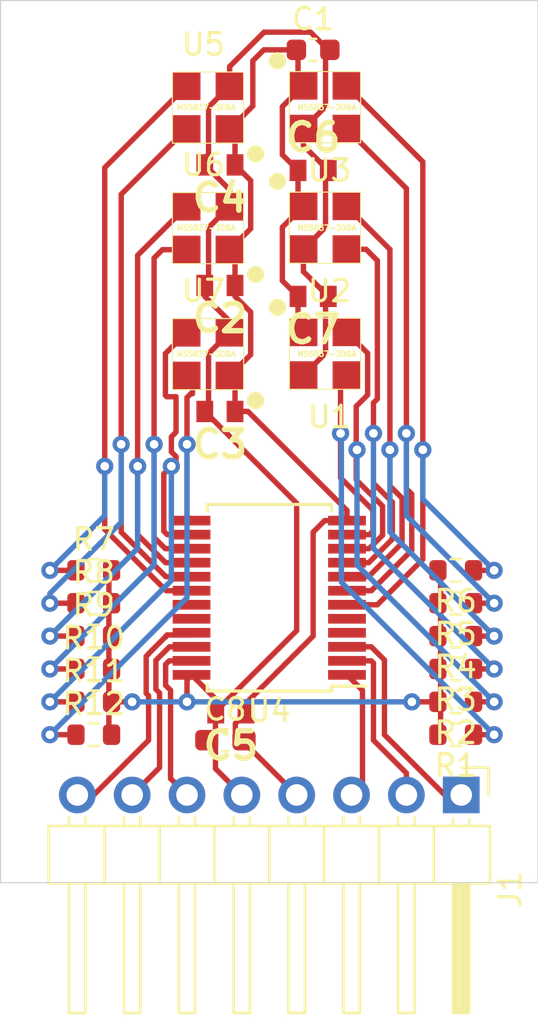
<source format=kicad_pcb>
(kicad_pcb (version 20171130) (host pcbnew "(5.1.12)-1")

  (general
    (thickness 1.6)
    (drawings 5)
    (tracks 295)
    (zones 0)
    (modules 28)
    (nets 25)
  )

  (page A4)
  (layers
    (0 F.Cu signal)
    (31 B.Cu signal)
    (32 B.Adhes user)
    (33 F.Adhes user)
    (34 B.Paste user)
    (35 F.Paste user)
    (36 B.SilkS user)
    (37 F.SilkS user hide)
    (38 B.Mask user)
    (39 F.Mask user)
    (40 Dwgs.User user)
    (41 Cmts.User user)
    (42 Eco1.User user)
    (43 Eco2.User user)
    (44 Edge.Cuts user)
    (45 Margin user)
    (46 B.CrtYd user)
    (47 F.CrtYd user)
    (48 B.Fab user)
    (49 F.Fab user)
  )

  (setup
    (last_trace_width 0.25)
    (trace_clearance 0.2)
    (zone_clearance 0.508)
    (zone_45_only no)
    (trace_min 0.2)
    (via_size 0.8)
    (via_drill 0.4)
    (via_min_size 0.4)
    (via_min_drill 0.3)
    (uvia_size 0.3)
    (uvia_drill 0.1)
    (uvias_allowed no)
    (uvia_min_size 0.2)
    (uvia_min_drill 0.1)
    (edge_width 0.05)
    (segment_width 0.2)
    (pcb_text_width 0.3)
    (pcb_text_size 1.5 1.5)
    (mod_edge_width 0.12)
    (mod_text_size 1 1)
    (mod_text_width 0.15)
    (pad_size 1.3 1.3)
    (pad_drill 0)
    (pad_to_mask_clearance 0)
    (aux_axis_origin 0 0)
    (visible_elements 7FFFFF7F)
    (pcbplotparams
      (layerselection 0x010fc_ffffffff)
      (usegerberextensions false)
      (usegerberattributes true)
      (usegerberadvancedattributes true)
      (creategerberjobfile true)
      (excludeedgelayer true)
      (linewidth 0.100000)
      (plotframeref false)
      (viasonmask false)
      (mode 1)
      (useauxorigin false)
      (hpglpennumber 1)
      (hpglpenspeed 20)
      (hpglpendiameter 15.000000)
      (psnegative false)
      (psa4output false)
      (plotreference true)
      (plotvalue true)
      (plotinvisibletext false)
      (padsonsilk false)
      (subtractmaskfromsilk false)
      (outputformat 1)
      (mirror false)
      (drillshape 1)
      (scaleselection 1)
      (outputdirectory ""))
  )

  (net 0 "")
  (net 1 "Net-(C1-Pad2)")
  (net 2 "Net-(C1-Pad1)")
  (net 3 "Net-(J1-Pad8)")
  (net 4 "Net-(J1-Pad7)")
  (net 5 "Net-(J1-Pad6)")
  (net 6 "Net-(J1-Pad3)")
  (net 7 "Net-(J1-Pad2)")
  (net 8 "Net-(J1-Pad1)")
  (net 9 "Net-(U4-Pad20)")
  (net 10 "Net-(U4-Pad19)")
  (net 11 "Net-(U4-Pad5)")
  (net 12 "Net-(U4-Pad4)")
  (net 13 "Net-(R1-Pad1)")
  (net 14 "Net-(R2-Pad1)")
  (net 15 "Net-(R3-Pad1)")
  (net 16 "Net-(R4-Pad1)")
  (net 17 "Net-(R5-Pad1)")
  (net 18 "Net-(R6-Pad1)")
  (net 19 "Net-(R7-Pad1)")
  (net 20 "Net-(R8-Pad1)")
  (net 21 "Net-(R9-Pad1)")
  (net 22 "Net-(R10-Pad1)")
  (net 23 "Net-(R11-Pad1)")
  (net 24 "Net-(R12-Pad1)")

  (net_class Default "This is the default net class."
    (clearance 0.2)
    (trace_width 0.25)
    (via_dia 0.8)
    (via_drill 0.4)
    (uvia_dia 0.3)
    (uvia_drill 0.1)
    (add_net "Net-(C1-Pad1)")
    (add_net "Net-(C1-Pad2)")
    (add_net "Net-(J1-Pad1)")
    (add_net "Net-(J1-Pad2)")
    (add_net "Net-(J1-Pad3)")
    (add_net "Net-(J1-Pad6)")
    (add_net "Net-(J1-Pad7)")
    (add_net "Net-(J1-Pad8)")
    (add_net "Net-(R1-Pad1)")
    (add_net "Net-(R10-Pad1)")
    (add_net "Net-(R11-Pad1)")
    (add_net "Net-(R12-Pad1)")
    (add_net "Net-(R2-Pad1)")
    (add_net "Net-(R3-Pad1)")
    (add_net "Net-(R4-Pad1)")
    (add_net "Net-(R5-Pad1)")
    (add_net "Net-(R6-Pad1)")
    (add_net "Net-(R7-Pad1)")
    (add_net "Net-(R8-Pad1)")
    (add_net "Net-(R9-Pad1)")
    (add_net "Net-(U4-Pad19)")
    (add_net "Net-(U4-Pad20)")
    (add_net "Net-(U4-Pad4)")
    (add_net "Net-(U4-Pad5)")
  )

  (module HighPressureSensorArray_Footprints:MS5837-30B (layer F.Cu) (tedit 619693FA) (tstamp 61AA9448)
    (at 131.318 108.712)
    (path /6196C9CA)
    (fp_text reference U7 (at 0 1.27) (layer F.SilkS)
      (effects (font (size 1 1) (thickness 0.15)))
    )
    (fp_text value MS5837 (at 0 -0.5) (layer F.Fab)
      (effects (font (size 1 1) (thickness 0.15)))
    )
    (fp_line (start -1.524 2.469) (end 1.926 2.469) (layer F.CrtYd) (width 0.05))
    (fp_line (start -1.524 2.469) (end -1.524 5.969) (layer F.CrtYd) (width 0.05))
    (fp_line (start -1.524 5.969) (end 1.926 5.969) (layer F.CrtYd) (width 0.05))
    (fp_line (start 1.926 2.469) (end 1.926 5.969) (layer F.CrtYd) (width 0.05))
    (fp_circle (center 2.413 6.35) (end 2.613 6.35) (layer F.SilkS) (width 0.4))
    (fp_line (start -1.4374 2.5504) (end -1.4374 5.8504) (layer F.SilkS) (width 0.05))
    (fp_line (start -1.4374 2.5504) (end 1.8626 2.5504) (layer F.SilkS) (width 0.05))
    (fp_line (start -1.4374 5.8504) (end 1.8626 5.8504) (layer F.SilkS) (width 0.05))
    (fp_line (start 1.8626 2.5504) (end 1.8626 5.8504) (layer F.SilkS) (width 0.05))
    (fp_text user MS5837-30BA (at 0.127 4.191) (layer F.SilkS)
      (effects (font (size 0.25 0.25) (thickness 0.0625)))
    )
    (pad 4 smd rect (at -0.7874 5.2004) (size 1.3 1.3) (layers F.Cu F.Paste F.Mask)
      (net 24 "Net-(R12-Pad1)"))
    (pad 3 smd rect (at -0.7874 3.2004) (size 1.3 1.3) (layers F.Cu F.Paste F.Mask)
      (net 23 "Net-(R11-Pad1)"))
    (pad 1 smd rect (at 1.2126 5.2004) (size 1.3 1.3) (layers F.Cu F.Paste F.Mask)
      (net 2 "Net-(C1-Pad1)"))
    (pad 2 smd rect (at 1.2126 3.2004) (size 1.3 1.3) (layers F.Cu F.Paste F.Mask)
      (net 1 "Net-(C1-Pad2)"))
    (model "C:/Users/Aiden/Documents/KiCAD/Underwater Tactile Sensor/V1/MS5837-30BA .step"
      (offset (xyz 0.2 -4.2 0))
      (scale (xyz 1 1 1))
      (rotate (xyz 0 0 0))
    )
  )

  (module HighPressureSensorArray_Footprints:CAPC1608X90N (layer F.Cu) (tedit 61969955) (tstamp 61AA9231)
    (at 132.08 109.728 180)
    (descr 0603-1)
    (tags Capacitor)
    (path /619832FB)
    (attr smd)
    (fp_text reference C2 (at 0 -1.524) (layer F.SilkS)
      (effects (font (size 1.27 1.27) (thickness 0.254)))
    )
    (fp_text value 06034C104KAT2A (at 0 -3.429) (layer F.SilkS) hide
      (effects (font (size 1.27 1.27) (thickness 0.254)))
    )
    (fp_line (start -1.24 -0.65) (end 1.24 -0.65) (layer F.CrtYd) (width 0.05))
    (fp_line (start 1.24 -0.65) (end 1.24 0.65) (layer F.CrtYd) (width 0.05))
    (fp_line (start 1.24 0.65) (end -1.24 0.65) (layer F.CrtYd) (width 0.05))
    (fp_line (start -1.24 0.65) (end -1.24 -0.65) (layer F.CrtYd) (width 0.05))
    (fp_line (start -0.8 -0.405) (end 0.8 -0.405) (layer F.Fab) (width 0.1))
    (fp_line (start 0.8 -0.405) (end 0.8 0.405) (layer F.Fab) (width 0.1))
    (fp_line (start 0.8 0.405) (end -0.8 0.405) (layer F.Fab) (width 0.1))
    (fp_line (start -0.8 0.405) (end -0.8 -0.405) (layer F.Fab) (width 0.1))
    (pad 1 smd rect (at -0.7 0 180) (size 0.78 0.99) (layers F.Cu F.Paste F.Mask)
      (net 2 "Net-(C1-Pad1)"))
    (pad 2 smd rect (at 0.7 0 180) (size 0.78 0.99) (layers F.Cu F.Paste F.Mask)
      (net 1 "Net-(C1-Pad2)"))
    (model C:\Users\Aiden\Documents\KiCAD\Libraries\SamacSys_Parts.3dshapes\06034C104KAT2A.stp
      (at (xyz 0 0 0))
      (scale (xyz 1 1 1))
      (rotate (xyz 0 0 0))
    )
  )

  (module HighPressureSensorArray_Footprints:CAPC1608X90N (layer F.Cu) (tedit 61969955) (tstamp 61AA923F)
    (at 132.08 115.57 180)
    (descr 0603-1)
    (tags Capacitor)
    (path /6198AA09)
    (attr smd)
    (fp_text reference C3 (at 0 -1.524) (layer F.SilkS)
      (effects (font (size 1.27 1.27) (thickness 0.254)))
    )
    (fp_text value 06034C104KAT2A (at 0 -3.429) (layer F.SilkS) hide
      (effects (font (size 1.27 1.27) (thickness 0.254)))
    )
    (fp_line (start -0.8 0.405) (end -0.8 -0.405) (layer F.Fab) (width 0.1))
    (fp_line (start 0.8 0.405) (end -0.8 0.405) (layer F.Fab) (width 0.1))
    (fp_line (start 0.8 -0.405) (end 0.8 0.405) (layer F.Fab) (width 0.1))
    (fp_line (start -0.8 -0.405) (end 0.8 -0.405) (layer F.Fab) (width 0.1))
    (fp_line (start -1.24 0.65) (end -1.24 -0.65) (layer F.CrtYd) (width 0.05))
    (fp_line (start 1.24 0.65) (end -1.24 0.65) (layer F.CrtYd) (width 0.05))
    (fp_line (start 1.24 -0.65) (end 1.24 0.65) (layer F.CrtYd) (width 0.05))
    (fp_line (start -1.24 -0.65) (end 1.24 -0.65) (layer F.CrtYd) (width 0.05))
    (pad 2 smd rect (at 0.7 0 180) (size 0.78 0.99) (layers F.Cu F.Paste F.Mask)
      (net 1 "Net-(C1-Pad2)"))
    (pad 1 smd rect (at -0.7 0 180) (size 0.78 0.99) (layers F.Cu F.Paste F.Mask)
      (net 2 "Net-(C1-Pad1)"))
    (model C:\Users\Aiden\Documents\KiCAD\Libraries\SamacSys_Parts.3dshapes\06034C104KAT2A.stp
      (at (xyz 0 0 0))
      (scale (xyz 1 1 1))
      (rotate (xyz 0 0 0))
    )
  )

  (module HighPressureSensorArray_Footprints:CAPC1608X90N (layer F.Cu) (tedit 61969955) (tstamp 61AA924D)
    (at 132.08 104.14 180)
    (descr 0603-1)
    (tags Capacitor)
    (path /6198C536)
    (attr smd)
    (fp_text reference C4 (at 0 -1.524) (layer F.SilkS)
      (effects (font (size 1.27 1.27) (thickness 0.254)))
    )
    (fp_text value 06034C104KAT2A (at 0 -3.429) (layer F.SilkS) hide
      (effects (font (size 1.27 1.27) (thickness 0.254)))
    )
    (fp_line (start -1.24 -0.65) (end 1.24 -0.65) (layer F.CrtYd) (width 0.05))
    (fp_line (start 1.24 -0.65) (end 1.24 0.65) (layer F.CrtYd) (width 0.05))
    (fp_line (start 1.24 0.65) (end -1.24 0.65) (layer F.CrtYd) (width 0.05))
    (fp_line (start -1.24 0.65) (end -1.24 -0.65) (layer F.CrtYd) (width 0.05))
    (fp_line (start -0.8 -0.405) (end 0.8 -0.405) (layer F.Fab) (width 0.1))
    (fp_line (start 0.8 -0.405) (end 0.8 0.405) (layer F.Fab) (width 0.1))
    (fp_line (start 0.8 0.405) (end -0.8 0.405) (layer F.Fab) (width 0.1))
    (fp_line (start -0.8 0.405) (end -0.8 -0.405) (layer F.Fab) (width 0.1))
    (pad 1 smd rect (at -0.7 0 180) (size 0.78 0.99) (layers F.Cu F.Paste F.Mask)
      (net 2 "Net-(C1-Pad1)"))
    (pad 2 smd rect (at 0.7 0 180) (size 0.78 0.99) (layers F.Cu F.Paste F.Mask)
      (net 1 "Net-(C1-Pad2)"))
    (model C:\Users\Aiden\Documents\KiCAD\Libraries\SamacSys_Parts.3dshapes\06034C104KAT2A.stp
      (at (xyz 0 0 0))
      (scale (xyz 1 1 1))
      (rotate (xyz 0 0 0))
    )
  )

  (module HighPressureSensorArray_Footprints:CAPC1608X90N (layer F.Cu) (tedit 61969955) (tstamp 61AA925B)
    (at 132.588 129.54 180)
    (descr 0603-1)
    (tags Capacitor)
    (path /6198E66A)
    (attr smd)
    (fp_text reference C5 (at 0 -1.524) (layer F.SilkS)
      (effects (font (size 1.27 1.27) (thickness 0.254)))
    )
    (fp_text value 06034C104KAT2A (at 0 -3.429) (layer F.SilkS) hide
      (effects (font (size 1.27 1.27) (thickness 0.254)))
    )
    (fp_line (start -1.24 -0.65) (end 1.24 -0.65) (layer F.CrtYd) (width 0.05))
    (fp_line (start 1.24 -0.65) (end 1.24 0.65) (layer F.CrtYd) (width 0.05))
    (fp_line (start 1.24 0.65) (end -1.24 0.65) (layer F.CrtYd) (width 0.05))
    (fp_line (start -1.24 0.65) (end -1.24 -0.65) (layer F.CrtYd) (width 0.05))
    (fp_line (start -0.8 -0.405) (end 0.8 -0.405) (layer F.Fab) (width 0.1))
    (fp_line (start 0.8 -0.405) (end 0.8 0.405) (layer F.Fab) (width 0.1))
    (fp_line (start 0.8 0.405) (end -0.8 0.405) (layer F.Fab) (width 0.1))
    (fp_line (start -0.8 0.405) (end -0.8 -0.405) (layer F.Fab) (width 0.1))
    (pad 1 smd rect (at -0.7 0 180) (size 0.78 0.99) (layers F.Cu F.Paste F.Mask)
      (net 2 "Net-(C1-Pad1)"))
    (pad 2 smd rect (at 0.7 0 180) (size 0.78 0.99) (layers F.Cu F.Paste F.Mask)
      (net 1 "Net-(C1-Pad2)"))
    (model C:\Users\Aiden\Documents\KiCAD\Libraries\SamacSys_Parts.3dshapes\06034C104KAT2A.stp
      (at (xyz 0 0 0))
      (scale (xyz 1 1 1))
      (rotate (xyz 0 0 0))
    )
  )

  (module HighPressureSensorArray_Footprints:CAPC1608X90N (layer F.Cu) (tedit 61969955) (tstamp 61AA9269)
    (at 136.398 104.394)
    (descr 0603-1)
    (tags Capacitor)
    (path /6198F41C)
    (attr smd)
    (fp_text reference C6 (at 0 -1.524) (layer F.SilkS)
      (effects (font (size 1.27 1.27) (thickness 0.254)))
    )
    (fp_text value 06034C104KAT2A (at 0 -3.429) (layer F.SilkS) hide
      (effects (font (size 1.27 1.27) (thickness 0.254)))
    )
    (fp_line (start -0.8 0.405) (end -0.8 -0.405) (layer F.Fab) (width 0.1))
    (fp_line (start 0.8 0.405) (end -0.8 0.405) (layer F.Fab) (width 0.1))
    (fp_line (start 0.8 -0.405) (end 0.8 0.405) (layer F.Fab) (width 0.1))
    (fp_line (start -0.8 -0.405) (end 0.8 -0.405) (layer F.Fab) (width 0.1))
    (fp_line (start -1.24 0.65) (end -1.24 -0.65) (layer F.CrtYd) (width 0.05))
    (fp_line (start 1.24 0.65) (end -1.24 0.65) (layer F.CrtYd) (width 0.05))
    (fp_line (start 1.24 -0.65) (end 1.24 0.65) (layer F.CrtYd) (width 0.05))
    (fp_line (start -1.24 -0.65) (end 1.24 -0.65) (layer F.CrtYd) (width 0.05))
    (pad 2 smd rect (at 0.7 0) (size 0.78 0.99) (layers F.Cu F.Paste F.Mask)
      (net 1 "Net-(C1-Pad2)"))
    (pad 1 smd rect (at -0.7 0) (size 0.78 0.99) (layers F.Cu F.Paste F.Mask)
      (net 2 "Net-(C1-Pad1)"))
    (model C:\Users\Aiden\Documents\KiCAD\Libraries\SamacSys_Parts.3dshapes\06034C104KAT2A.stp
      (at (xyz 0 0 0))
      (scale (xyz 1 1 1))
      (rotate (xyz 0 0 0))
    )
  )

  (module SamacSys_Parts:CAPC1608X90N (layer F.Cu) (tedit 61969955) (tstamp 61AA9277)
    (at 136.398 110.236 180)
    (descr 0603-1)
    (tags Capacitor)
    (path /61ADC204)
    (attr smd)
    (fp_text reference C7 (at 0 -1.524) (layer F.SilkS)
      (effects (font (size 1.27 1.27) (thickness 0.254)))
    )
    (fp_text value C (at 0 -3.429) (layer F.SilkS) hide
      (effects (font (size 1.27 1.27) (thickness 0.254)))
    )
    (fp_line (start -1.24 -0.65) (end 1.24 -0.65) (layer F.CrtYd) (width 0.05))
    (fp_line (start 1.24 -0.65) (end 1.24 0.65) (layer F.CrtYd) (width 0.05))
    (fp_line (start 1.24 0.65) (end -1.24 0.65) (layer F.CrtYd) (width 0.05))
    (fp_line (start -1.24 0.65) (end -1.24 -0.65) (layer F.CrtYd) (width 0.05))
    (fp_line (start -0.8 -0.405) (end 0.8 -0.405) (layer F.Fab) (width 0.1))
    (fp_line (start 0.8 -0.405) (end 0.8 0.405) (layer F.Fab) (width 0.1))
    (fp_line (start 0.8 0.405) (end -0.8 0.405) (layer F.Fab) (width 0.1))
    (fp_line (start -0.8 0.405) (end -0.8 -0.405) (layer F.Fab) (width 0.1))
    (pad 2 smd rect (at 0.7 0 180) (size 0.78 0.99) (layers F.Cu F.Paste F.Mask)
      (net 2 "Net-(C1-Pad1)"))
    (pad 1 smd rect (at -0.7 0 180) (size 0.78 0.99) (layers F.Cu F.Paste F.Mask)
      (net 1 "Net-(C1-Pad2)"))
    (model C:\Users\Aiden\Documents\KiCAD\Libraries\SamacSys_Parts.3dshapes\06034C104KAT2A.stp
      (at (xyz 0 0 0))
      (scale (xyz 1 1 1))
      (rotate (xyz 0 0 0))
    )
  )

  (module Connector_PinHeader_2.54mm:PinHeader_1x08_P2.54mm_Horizontal (layer F.Cu) (tedit 59FED5CB) (tstamp 61AA9307)
    (at 143.256 133.35 270)
    (descr "Through hole angled pin header, 1x08, 2.54mm pitch, 6mm pin length, single row")
    (tags "Through hole angled pin header THT 1x08 2.54mm single row")
    (path /61992DA7)
    (fp_text reference J1 (at 4.385 -2.27 90) (layer F.SilkS)
      (effects (font (size 1 1) (thickness 0.15)))
    )
    (fp_text value Conn_01x08 (at 4.385 20.05 90) (layer F.Fab)
      (effects (font (size 1 1) (thickness 0.15)))
    )
    (fp_line (start 2.135 -1.27) (end 4.04 -1.27) (layer F.Fab) (width 0.1))
    (fp_line (start 4.04 -1.27) (end 4.04 19.05) (layer F.Fab) (width 0.1))
    (fp_line (start 4.04 19.05) (end 1.5 19.05) (layer F.Fab) (width 0.1))
    (fp_line (start 1.5 19.05) (end 1.5 -0.635) (layer F.Fab) (width 0.1))
    (fp_line (start 1.5 -0.635) (end 2.135 -1.27) (layer F.Fab) (width 0.1))
    (fp_line (start -0.32 -0.32) (end 1.5 -0.32) (layer F.Fab) (width 0.1))
    (fp_line (start -0.32 -0.32) (end -0.32 0.32) (layer F.Fab) (width 0.1))
    (fp_line (start -0.32 0.32) (end 1.5 0.32) (layer F.Fab) (width 0.1))
    (fp_line (start 4.04 -0.32) (end 10.04 -0.32) (layer F.Fab) (width 0.1))
    (fp_line (start 10.04 -0.32) (end 10.04 0.32) (layer F.Fab) (width 0.1))
    (fp_line (start 4.04 0.32) (end 10.04 0.32) (layer F.Fab) (width 0.1))
    (fp_line (start -0.32 2.22) (end 1.5 2.22) (layer F.Fab) (width 0.1))
    (fp_line (start -0.32 2.22) (end -0.32 2.86) (layer F.Fab) (width 0.1))
    (fp_line (start -0.32 2.86) (end 1.5 2.86) (layer F.Fab) (width 0.1))
    (fp_line (start 4.04 2.22) (end 10.04 2.22) (layer F.Fab) (width 0.1))
    (fp_line (start 10.04 2.22) (end 10.04 2.86) (layer F.Fab) (width 0.1))
    (fp_line (start 4.04 2.86) (end 10.04 2.86) (layer F.Fab) (width 0.1))
    (fp_line (start -0.32 4.76) (end 1.5 4.76) (layer F.Fab) (width 0.1))
    (fp_line (start -0.32 4.76) (end -0.32 5.4) (layer F.Fab) (width 0.1))
    (fp_line (start -0.32 5.4) (end 1.5 5.4) (layer F.Fab) (width 0.1))
    (fp_line (start 4.04 4.76) (end 10.04 4.76) (layer F.Fab) (width 0.1))
    (fp_line (start 10.04 4.76) (end 10.04 5.4) (layer F.Fab) (width 0.1))
    (fp_line (start 4.04 5.4) (end 10.04 5.4) (layer F.Fab) (width 0.1))
    (fp_line (start -0.32 7.3) (end 1.5 7.3) (layer F.Fab) (width 0.1))
    (fp_line (start -0.32 7.3) (end -0.32 7.94) (layer F.Fab) (width 0.1))
    (fp_line (start -0.32 7.94) (end 1.5 7.94) (layer F.Fab) (width 0.1))
    (fp_line (start 4.04 7.3) (end 10.04 7.3) (layer F.Fab) (width 0.1))
    (fp_line (start 10.04 7.3) (end 10.04 7.94) (layer F.Fab) (width 0.1))
    (fp_line (start 4.04 7.94) (end 10.04 7.94) (layer F.Fab) (width 0.1))
    (fp_line (start -0.32 9.84) (end 1.5 9.84) (layer F.Fab) (width 0.1))
    (fp_line (start -0.32 9.84) (end -0.32 10.48) (layer F.Fab) (width 0.1))
    (fp_line (start -0.32 10.48) (end 1.5 10.48) (layer F.Fab) (width 0.1))
    (fp_line (start 4.04 9.84) (end 10.04 9.84) (layer F.Fab) (width 0.1))
    (fp_line (start 10.04 9.84) (end 10.04 10.48) (layer F.Fab) (width 0.1))
    (fp_line (start 4.04 10.48) (end 10.04 10.48) (layer F.Fab) (width 0.1))
    (fp_line (start -0.32 12.38) (end 1.5 12.38) (layer F.Fab) (width 0.1))
    (fp_line (start -0.32 12.38) (end -0.32 13.02) (layer F.Fab) (width 0.1))
    (fp_line (start -0.32 13.02) (end 1.5 13.02) (layer F.Fab) (width 0.1))
    (fp_line (start 4.04 12.38) (end 10.04 12.38) (layer F.Fab) (width 0.1))
    (fp_line (start 10.04 12.38) (end 10.04 13.02) (layer F.Fab) (width 0.1))
    (fp_line (start 4.04 13.02) (end 10.04 13.02) (layer F.Fab) (width 0.1))
    (fp_line (start -0.32 14.92) (end 1.5 14.92) (layer F.Fab) (width 0.1))
    (fp_line (start -0.32 14.92) (end -0.32 15.56) (layer F.Fab) (width 0.1))
    (fp_line (start -0.32 15.56) (end 1.5 15.56) (layer F.Fab) (width 0.1))
    (fp_line (start 4.04 14.92) (end 10.04 14.92) (layer F.Fab) (width 0.1))
    (fp_line (start 10.04 14.92) (end 10.04 15.56) (layer F.Fab) (width 0.1))
    (fp_line (start 4.04 15.56) (end 10.04 15.56) (layer F.Fab) (width 0.1))
    (fp_line (start -0.32 17.46) (end 1.5 17.46) (layer F.Fab) (width 0.1))
    (fp_line (start -0.32 17.46) (end -0.32 18.1) (layer F.Fab) (width 0.1))
    (fp_line (start -0.32 18.1) (end 1.5 18.1) (layer F.Fab) (width 0.1))
    (fp_line (start 4.04 17.46) (end 10.04 17.46) (layer F.Fab) (width 0.1))
    (fp_line (start 10.04 17.46) (end 10.04 18.1) (layer F.Fab) (width 0.1))
    (fp_line (start 4.04 18.1) (end 10.04 18.1) (layer F.Fab) (width 0.1))
    (fp_line (start 1.44 -1.33) (end 1.44 19.11) (layer F.SilkS) (width 0.12))
    (fp_line (start 1.44 19.11) (end 4.1 19.11) (layer F.SilkS) (width 0.12))
    (fp_line (start 4.1 19.11) (end 4.1 -1.33) (layer F.SilkS) (width 0.12))
    (fp_line (start 4.1 -1.33) (end 1.44 -1.33) (layer F.SilkS) (width 0.12))
    (fp_line (start 4.1 -0.38) (end 10.1 -0.38) (layer F.SilkS) (width 0.12))
    (fp_line (start 10.1 -0.38) (end 10.1 0.38) (layer F.SilkS) (width 0.12))
    (fp_line (start 10.1 0.38) (end 4.1 0.38) (layer F.SilkS) (width 0.12))
    (fp_line (start 4.1 -0.32) (end 10.1 -0.32) (layer F.SilkS) (width 0.12))
    (fp_line (start 4.1 -0.2) (end 10.1 -0.2) (layer F.SilkS) (width 0.12))
    (fp_line (start 4.1 -0.08) (end 10.1 -0.08) (layer F.SilkS) (width 0.12))
    (fp_line (start 4.1 0.04) (end 10.1 0.04) (layer F.SilkS) (width 0.12))
    (fp_line (start 4.1 0.16) (end 10.1 0.16) (layer F.SilkS) (width 0.12))
    (fp_line (start 4.1 0.28) (end 10.1 0.28) (layer F.SilkS) (width 0.12))
    (fp_line (start 1.11 -0.38) (end 1.44 -0.38) (layer F.SilkS) (width 0.12))
    (fp_line (start 1.11 0.38) (end 1.44 0.38) (layer F.SilkS) (width 0.12))
    (fp_line (start 1.44 1.27) (end 4.1 1.27) (layer F.SilkS) (width 0.12))
    (fp_line (start 4.1 2.16) (end 10.1 2.16) (layer F.SilkS) (width 0.12))
    (fp_line (start 10.1 2.16) (end 10.1 2.92) (layer F.SilkS) (width 0.12))
    (fp_line (start 10.1 2.92) (end 4.1 2.92) (layer F.SilkS) (width 0.12))
    (fp_line (start 1.042929 2.16) (end 1.44 2.16) (layer F.SilkS) (width 0.12))
    (fp_line (start 1.042929 2.92) (end 1.44 2.92) (layer F.SilkS) (width 0.12))
    (fp_line (start 1.44 3.81) (end 4.1 3.81) (layer F.SilkS) (width 0.12))
    (fp_line (start 4.1 4.7) (end 10.1 4.7) (layer F.SilkS) (width 0.12))
    (fp_line (start 10.1 4.7) (end 10.1 5.46) (layer F.SilkS) (width 0.12))
    (fp_line (start 10.1 5.46) (end 4.1 5.46) (layer F.SilkS) (width 0.12))
    (fp_line (start 1.042929 4.7) (end 1.44 4.7) (layer F.SilkS) (width 0.12))
    (fp_line (start 1.042929 5.46) (end 1.44 5.46) (layer F.SilkS) (width 0.12))
    (fp_line (start 1.44 6.35) (end 4.1 6.35) (layer F.SilkS) (width 0.12))
    (fp_line (start 4.1 7.24) (end 10.1 7.24) (layer F.SilkS) (width 0.12))
    (fp_line (start 10.1 7.24) (end 10.1 8) (layer F.SilkS) (width 0.12))
    (fp_line (start 10.1 8) (end 4.1 8) (layer F.SilkS) (width 0.12))
    (fp_line (start 1.042929 7.24) (end 1.44 7.24) (layer F.SilkS) (width 0.12))
    (fp_line (start 1.042929 8) (end 1.44 8) (layer F.SilkS) (width 0.12))
    (fp_line (start 1.44 8.89) (end 4.1 8.89) (layer F.SilkS) (width 0.12))
    (fp_line (start 4.1 9.78) (end 10.1 9.78) (layer F.SilkS) (width 0.12))
    (fp_line (start 10.1 9.78) (end 10.1 10.54) (layer F.SilkS) (width 0.12))
    (fp_line (start 10.1 10.54) (end 4.1 10.54) (layer F.SilkS) (width 0.12))
    (fp_line (start 1.042929 9.78) (end 1.44 9.78) (layer F.SilkS) (width 0.12))
    (fp_line (start 1.042929 10.54) (end 1.44 10.54) (layer F.SilkS) (width 0.12))
    (fp_line (start 1.44 11.43) (end 4.1 11.43) (layer F.SilkS) (width 0.12))
    (fp_line (start 4.1 12.32) (end 10.1 12.32) (layer F.SilkS) (width 0.12))
    (fp_line (start 10.1 12.32) (end 10.1 13.08) (layer F.SilkS) (width 0.12))
    (fp_line (start 10.1 13.08) (end 4.1 13.08) (layer F.SilkS) (width 0.12))
    (fp_line (start 1.042929 12.32) (end 1.44 12.32) (layer F.SilkS) (width 0.12))
    (fp_line (start 1.042929 13.08) (end 1.44 13.08) (layer F.SilkS) (width 0.12))
    (fp_line (start 1.44 13.97) (end 4.1 13.97) (layer F.SilkS) (width 0.12))
    (fp_line (start 4.1 14.86) (end 10.1 14.86) (layer F.SilkS) (width 0.12))
    (fp_line (start 10.1 14.86) (end 10.1 15.62) (layer F.SilkS) (width 0.12))
    (fp_line (start 10.1 15.62) (end 4.1 15.62) (layer F.SilkS) (width 0.12))
    (fp_line (start 1.042929 14.86) (end 1.44 14.86) (layer F.SilkS) (width 0.12))
    (fp_line (start 1.042929 15.62) (end 1.44 15.62) (layer F.SilkS) (width 0.12))
    (fp_line (start 1.44 16.51) (end 4.1 16.51) (layer F.SilkS) (width 0.12))
    (fp_line (start 4.1 17.4) (end 10.1 17.4) (layer F.SilkS) (width 0.12))
    (fp_line (start 10.1 17.4) (end 10.1 18.16) (layer F.SilkS) (width 0.12))
    (fp_line (start 10.1 18.16) (end 4.1 18.16) (layer F.SilkS) (width 0.12))
    (fp_line (start 1.042929 17.4) (end 1.44 17.4) (layer F.SilkS) (width 0.12))
    (fp_line (start 1.042929 18.16) (end 1.44 18.16) (layer F.SilkS) (width 0.12))
    (fp_line (start -1.27 0) (end -1.27 -1.27) (layer F.SilkS) (width 0.12))
    (fp_line (start -1.27 -1.27) (end 0 -1.27) (layer F.SilkS) (width 0.12))
    (fp_line (start -1.8 -1.8) (end -1.8 19.55) (layer F.CrtYd) (width 0.05))
    (fp_line (start -1.8 19.55) (end 10.55 19.55) (layer F.CrtYd) (width 0.05))
    (fp_line (start 10.55 19.55) (end 10.55 -1.8) (layer F.CrtYd) (width 0.05))
    (fp_line (start 10.55 -1.8) (end -1.8 -1.8) (layer F.CrtYd) (width 0.05))
    (fp_text user %R (at 2.77 8.89) (layer F.Fab)
      (effects (font (size 1 1) (thickness 0.15)))
    )
    (pad 1 thru_hole rect (at 0 0 270) (size 1.7 1.7) (drill 1) (layers *.Cu *.Mask)
      (net 8 "Net-(J1-Pad1)"))
    (pad 2 thru_hole oval (at 0 2.54 270) (size 1.7 1.7) (drill 1) (layers *.Cu *.Mask)
      (net 7 "Net-(J1-Pad2)"))
    (pad 3 thru_hole oval (at 0 5.08 270) (size 1.7 1.7) (drill 1) (layers *.Cu *.Mask)
      (net 6 "Net-(J1-Pad3)"))
    (pad 4 thru_hole oval (at 0 7.62 270) (size 1.7 1.7) (drill 1) (layers *.Cu *.Mask)
      (net 2 "Net-(C1-Pad1)"))
    (pad 5 thru_hole oval (at 0 10.16 270) (size 1.7 1.7) (drill 1) (layers *.Cu *.Mask)
      (net 1 "Net-(C1-Pad2)"))
    (pad 6 thru_hole oval (at 0 12.7 270) (size 1.7 1.7) (drill 1) (layers *.Cu *.Mask)
      (net 5 "Net-(J1-Pad6)"))
    (pad 7 thru_hole oval (at 0 15.24 270) (size 1.7 1.7) (drill 1) (layers *.Cu *.Mask)
      (net 4 "Net-(J1-Pad7)"))
    (pad 8 thru_hole oval (at 0 17.78 270) (size 1.7 1.7) (drill 1) (layers *.Cu *.Mask)
      (net 3 "Net-(J1-Pad8)"))
    (model ${KISYS3DMOD}/Connector_PinHeader_2.54mm.3dshapes/PinHeader_1x08_P2.54mm_Horizontal.wrl
      (at (xyz 0 0 0))
      (scale (xyz 1 1 1))
      (rotate (xyz 0 0 0))
    )
  )

  (module HighPressureSensorArray_Footprints:MS5837-30B (layer F.Cu) (tedit 619693FA) (tstamp 61AA93C1)
    (at 137.16 117.094 180)
    (path /6196B0CE)
    (fp_text reference U1 (at 0 1.27) (layer F.SilkS)
      (effects (font (size 1 1) (thickness 0.15)))
    )
    (fp_text value MS5837 (at 0 -0.5) (layer F.Fab)
      (effects (font (size 1 1) (thickness 0.15)))
    )
    (fp_line (start 1.8626 2.5504) (end 1.8626 5.8504) (layer F.SilkS) (width 0.05))
    (fp_line (start -1.4374 5.8504) (end 1.8626 5.8504) (layer F.SilkS) (width 0.05))
    (fp_line (start -1.4374 2.5504) (end 1.8626 2.5504) (layer F.SilkS) (width 0.05))
    (fp_line (start -1.4374 2.5504) (end -1.4374 5.8504) (layer F.SilkS) (width 0.05))
    (fp_circle (center 2.413 6.35) (end 2.613 6.35) (layer F.SilkS) (width 0.4))
    (fp_line (start 1.926 2.469) (end 1.926 5.969) (layer F.CrtYd) (width 0.05))
    (fp_line (start -1.524 5.969) (end 1.926 5.969) (layer F.CrtYd) (width 0.05))
    (fp_line (start -1.524 2.469) (end -1.524 5.969) (layer F.CrtYd) (width 0.05))
    (fp_line (start -1.524 2.469) (end 1.926 2.469) (layer F.CrtYd) (width 0.05))
    (fp_text user MS5837-30BA (at 0.127 4.191) (layer F.SilkS)
      (effects (font (size 0.25 0.25) (thickness 0.0625)))
    )
    (pad 2 smd rect (at 1.2126 3.2004 180) (size 1.3 1.3) (layers F.Cu F.Paste F.Mask)
      (net 1 "Net-(C1-Pad2)"))
    (pad 1 smd rect (at 1.2126 5.2004 180) (size 1.3 1.3) (layers F.Cu F.Paste F.Mask)
      (net 2 "Net-(C1-Pad1)"))
    (pad 3 smd rect (at -0.7874 3.2004 180) (size 1.3 1.3) (layers F.Cu F.Paste F.Mask)
      (net 13 "Net-(R1-Pad1)"))
    (pad 4 smd rect (at -0.7874 5.2004 180) (size 1.3 1.3) (layers F.Cu F.Paste F.Mask)
      (net 14 "Net-(R2-Pad1)"))
    (model "C:/Users/Aiden/Documents/KiCAD/Underwater Tactile Sensor/V1/MS5837-30BA .step"
      (offset (xyz 0.2 -4.2 0))
      (scale (xyz 1 1 1))
      (rotate (xyz 0 0 0))
    )
  )

  (module HighPressureSensorArray_Footprints:MS5837-30B (layer F.Cu) (tedit 619693FA) (tstamp 61AA93D3)
    (at 137.16 111.252 180)
    (path /6196A989)
    (fp_text reference U2 (at 0 1.27) (layer F.SilkS)
      (effects (font (size 1 1) (thickness 0.15)))
    )
    (fp_text value MS5837 (at 0.762 -0.762) (layer F.Fab)
      (effects (font (size 1 1) (thickness 0.15)))
    )
    (fp_line (start -1.524 2.469) (end 1.926 2.469) (layer F.CrtYd) (width 0.05))
    (fp_line (start -1.524 2.469) (end -1.524 5.969) (layer F.CrtYd) (width 0.05))
    (fp_line (start -1.524 5.969) (end 1.926 5.969) (layer F.CrtYd) (width 0.05))
    (fp_line (start 1.926 2.469) (end 1.926 5.969) (layer F.CrtYd) (width 0.05))
    (fp_circle (center 2.413 6.35) (end 2.613 6.35) (layer F.SilkS) (width 0.4))
    (fp_line (start -1.4374 2.5504) (end -1.4374 5.8504) (layer F.SilkS) (width 0.05))
    (fp_line (start -1.4374 2.5504) (end 1.8626 2.5504) (layer F.SilkS) (width 0.05))
    (fp_line (start -1.4374 5.8504) (end 1.8626 5.8504) (layer F.SilkS) (width 0.05))
    (fp_line (start 1.8626 2.5504) (end 1.8626 5.8504) (layer F.SilkS) (width 0.05))
    (fp_text user MS5837-30BA (at 0.127 4.191) (layer F.SilkS)
      (effects (font (size 0.25 0.25) (thickness 0.0625)))
    )
    (pad 4 smd rect (at -0.7874 5.2004 180) (size 1.3 1.3) (layers F.Cu F.Paste F.Mask)
      (net 16 "Net-(R4-Pad1)"))
    (pad 3 smd rect (at -0.7874 3.2004 180) (size 1.3 1.3) (layers F.Cu F.Paste F.Mask)
      (net 15 "Net-(R3-Pad1)"))
    (pad 1 smd rect (at 1.2126 5.2004 180) (size 1.3 1.3) (layers F.Cu F.Paste F.Mask)
      (net 2 "Net-(C1-Pad1)"))
    (pad 2 smd rect (at 1.2126 3.2004 180) (size 1.3 1.3) (layers F.Cu F.Paste F.Mask)
      (net 1 "Net-(C1-Pad2)"))
    (model "C:/Users/Aiden/Documents/KiCAD/Underwater Tactile Sensor/V1/MS5837-30BA .step"
      (offset (xyz 0.2 -4.2 0))
      (scale (xyz 1 1 1))
      (rotate (xyz 0 0 0))
    )
  )

  (module HighPressureSensorArray_Footprints:MS5837-30B (layer F.Cu) (tedit 619693FA) (tstamp 61AA93E5)
    (at 137.16 105.664 180)
    (path /619683A4)
    (fp_text reference U3 (at 0 1.27) (layer F.SilkS)
      (effects (font (size 1 1) (thickness 0.15)))
    )
    (fp_text value MS5837 (at 0.762 -0.254) (layer F.Fab)
      (effects (font (size 1 1) (thickness 0.15)))
    )
    (fp_line (start 1.8626 2.5504) (end 1.8626 5.8504) (layer F.SilkS) (width 0.05))
    (fp_line (start -1.4374 5.8504) (end 1.8626 5.8504) (layer F.SilkS) (width 0.05))
    (fp_line (start -1.4374 2.5504) (end 1.8626 2.5504) (layer F.SilkS) (width 0.05))
    (fp_line (start -1.4374 2.5504) (end -1.4374 5.8504) (layer F.SilkS) (width 0.05))
    (fp_circle (center 2.413 6.35) (end 2.613 6.35) (layer F.SilkS) (width 0.4))
    (fp_line (start 1.926 2.469) (end 1.926 5.969) (layer F.CrtYd) (width 0.05))
    (fp_line (start -1.524 5.969) (end 1.926 5.969) (layer F.CrtYd) (width 0.05))
    (fp_line (start -1.524 2.469) (end -1.524 5.969) (layer F.CrtYd) (width 0.05))
    (fp_line (start -1.524 2.469) (end 1.926 2.469) (layer F.CrtYd) (width 0.05))
    (fp_text user MS5837-30BA (at 0.127 4.191) (layer F.SilkS)
      (effects (font (size 0.25 0.25) (thickness 0.0625)))
    )
    (pad 2 smd rect (at 1.2126 3.2004 180) (size 1.3 1.3) (layers F.Cu F.Paste F.Mask)
      (net 1 "Net-(C1-Pad2)"))
    (pad 1 smd rect (at 1.2126 5.2004 180) (size 1.3 1.3) (layers F.Cu F.Paste F.Mask)
      (net 2 "Net-(C1-Pad1)"))
    (pad 3 smd rect (at -0.7874 3.2004 180) (size 1.3 1.3) (layers F.Cu F.Paste F.Mask)
      (net 17 "Net-(R5-Pad1)"))
    (pad 4 smd rect (at -0.7874 5.2004 180) (size 1.3 1.3) (layers F.Cu F.Paste F.Mask)
      (net 18 "Net-(R6-Pad1)"))
    (model "C:/Users/Aiden/Documents/KiCAD/Underwater Tactile Sensor/V1/MS5837-30BA .step"
      (offset (xyz 0.2 -4.2 0))
      (scale (xyz 1 1 1))
      (rotate (xyz 0 0 0))
    )
  )

  (module Package_SO:SSOP-24_5.3x8.2mm_P0.65mm (layer F.Cu) (tedit 5A02F25C) (tstamp 61AA9412)
    (at 134.366 124.206 180)
    (descr "24-Lead Plastic Shrink Small Outline (SS)-5.30 mm Body [SSOP] (see Microchip Packaging Specification 00000049BS.pdf)")
    (tags "SSOP 0.65")
    (path /61980A16)
    (attr smd)
    (fp_text reference U4 (at 0 -5.25) (layer F.SilkS)
      (effects (font (size 1 1) (thickness 0.15)))
    )
    (fp_text value PCA9548ADB (at 0 5.25) (layer F.Fab)
      (effects (font (size 1 1) (thickness 0.15)))
    )
    (fp_line (start -1.65 -4.1) (end 2.65 -4.1) (layer F.Fab) (width 0.15))
    (fp_line (start 2.65 -4.1) (end 2.65 4.1) (layer F.Fab) (width 0.15))
    (fp_line (start 2.65 4.1) (end -2.65 4.1) (layer F.Fab) (width 0.15))
    (fp_line (start -2.65 4.1) (end -2.65 -3.1) (layer F.Fab) (width 0.15))
    (fp_line (start -2.65 -3.1) (end -1.65 -4.1) (layer F.Fab) (width 0.15))
    (fp_line (start -4.75 -4.5) (end -4.75 4.5) (layer F.CrtYd) (width 0.05))
    (fp_line (start 4.75 -4.5) (end 4.75 4.5) (layer F.CrtYd) (width 0.05))
    (fp_line (start -4.75 -4.5) (end 4.75 -4.5) (layer F.CrtYd) (width 0.05))
    (fp_line (start -4.75 4.5) (end 4.75 4.5) (layer F.CrtYd) (width 0.05))
    (fp_line (start -2.875 -4.325) (end -2.875 -4.1) (layer F.SilkS) (width 0.15))
    (fp_line (start 2.875 -4.325) (end 2.875 -4.025) (layer F.SilkS) (width 0.15))
    (fp_line (start 2.875 4.325) (end 2.875 4.025) (layer F.SilkS) (width 0.15))
    (fp_line (start -2.875 4.325) (end -2.875 4.025) (layer F.SilkS) (width 0.15))
    (fp_line (start -2.875 -4.325) (end 2.875 -4.325) (layer F.SilkS) (width 0.15))
    (fp_line (start -2.875 4.325) (end 2.875 4.325) (layer F.SilkS) (width 0.15))
    (fp_line (start -2.875 -4.1) (end -4.475 -4.1) (layer F.SilkS) (width 0.15))
    (fp_text user %R (at 0 0) (layer F.Fab)
      (effects (font (size 0.8 0.8) (thickness 0.15)))
    )
    (pad 1 smd rect (at -3.6 -3.575 180) (size 1.75 0.45) (layers F.Cu F.Paste F.Mask)
      (net 6 "Net-(J1-Pad3)"))
    (pad 2 smd rect (at -3.6 -2.925 180) (size 1.75 0.45) (layers F.Cu F.Paste F.Mask)
      (net 7 "Net-(J1-Pad2)"))
    (pad 3 smd rect (at -3.6 -2.275 180) (size 1.75 0.45) (layers F.Cu F.Paste F.Mask)
      (net 8 "Net-(J1-Pad1)"))
    (pad 4 smd rect (at -3.6 -1.625 180) (size 1.75 0.45) (layers F.Cu F.Paste F.Mask)
      (net 12 "Net-(U4-Pad4)"))
    (pad 5 smd rect (at -3.6 -0.975 180) (size 1.75 0.45) (layers F.Cu F.Paste F.Mask)
      (net 11 "Net-(U4-Pad5)"))
    (pad 6 smd rect (at -3.6 -0.325 180) (size 1.75 0.45) (layers F.Cu F.Paste F.Mask)
      (net 18 "Net-(R6-Pad1)"))
    (pad 7 smd rect (at -3.6 0.325 180) (size 1.75 0.45) (layers F.Cu F.Paste F.Mask)
      (net 17 "Net-(R5-Pad1)"))
    (pad 8 smd rect (at -3.6 0.975 180) (size 1.75 0.45) (layers F.Cu F.Paste F.Mask)
      (net 16 "Net-(R4-Pad1)"))
    (pad 9 smd rect (at -3.6 1.625 180) (size 1.75 0.45) (layers F.Cu F.Paste F.Mask)
      (net 15 "Net-(R3-Pad1)"))
    (pad 10 smd rect (at -3.6 2.275 180) (size 1.75 0.45) (layers F.Cu F.Paste F.Mask)
      (net 14 "Net-(R2-Pad1)"))
    (pad 11 smd rect (at -3.6 2.925 180) (size 1.75 0.45) (layers F.Cu F.Paste F.Mask)
      (net 13 "Net-(R1-Pad1)"))
    (pad 12 smd rect (at -3.6 3.575 180) (size 1.75 0.45) (layers F.Cu F.Paste F.Mask)
      (net 2 "Net-(C1-Pad1)"))
    (pad 13 smd rect (at 3.6 3.575 180) (size 1.75 0.45) (layers F.Cu F.Paste F.Mask)
      (net 24 "Net-(R12-Pad1)"))
    (pad 14 smd rect (at 3.6 2.925 180) (size 1.75 0.45) (layers F.Cu F.Paste F.Mask)
      (net 23 "Net-(R11-Pad1)"))
    (pad 15 smd rect (at 3.6 2.275 180) (size 1.75 0.45) (layers F.Cu F.Paste F.Mask)
      (net 22 "Net-(R10-Pad1)"))
    (pad 16 smd rect (at 3.6 1.625 180) (size 1.75 0.45) (layers F.Cu F.Paste F.Mask)
      (net 21 "Net-(R9-Pad1)"))
    (pad 17 smd rect (at 3.6 0.975 180) (size 1.75 0.45) (layers F.Cu F.Paste F.Mask)
      (net 20 "Net-(R8-Pad1)"))
    (pad 18 smd rect (at 3.6 0.325 180) (size 1.75 0.45) (layers F.Cu F.Paste F.Mask)
      (net 19 "Net-(R7-Pad1)"))
    (pad 19 smd rect (at 3.6 -0.325 180) (size 1.75 0.45) (layers F.Cu F.Paste F.Mask)
      (net 10 "Net-(U4-Pad19)"))
    (pad 20 smd rect (at 3.6 -0.975 180) (size 1.75 0.45) (layers F.Cu F.Paste F.Mask)
      (net 9 "Net-(U4-Pad20)"))
    (pad 21 smd rect (at 3.6 -1.625 180) (size 1.75 0.45) (layers F.Cu F.Paste F.Mask)
      (net 3 "Net-(J1-Pad8)"))
    (pad 22 smd rect (at 3.6 -2.275 180) (size 1.75 0.45) (layers F.Cu F.Paste F.Mask)
      (net 4 "Net-(J1-Pad7)"))
    (pad 23 smd rect (at 3.6 -2.925 180) (size 1.75 0.45) (layers F.Cu F.Paste F.Mask)
      (net 5 "Net-(J1-Pad6)"))
    (pad 24 smd rect (at 3.6 -3.575 180) (size 1.75 0.45) (layers F.Cu F.Paste F.Mask)
      (net 1 "Net-(C1-Pad2)"))
    (model ${KISYS3DMOD}/Package_SO.3dshapes/SSOP-24_5.3x8.2mm_P0.65mm.wrl
      (at (xyz 0 0 0))
      (scale (xyz 1 1 1))
      (rotate (xyz 0 0 0))
    )
  )

  (module HighPressureSensorArray_Footprints:MS5837-30B (layer F.Cu) (tedit 61B7F46B) (tstamp 61AA9424)
    (at 131.318 97.282)
    (path /6196B9D1)
    (fp_text reference U5 (at 0 1.27) (layer F.SilkS)
      (effects (font (size 1 1) (thickness 0.15)))
    )
    (fp_text value MS5837 (at -1.27 0.508) (layer F.Fab)
      (effects (font (size 1 1) (thickness 0.15)))
    )
    (fp_line (start -1.524 2.469) (end 1.926 2.469) (layer F.CrtYd) (width 0.05))
    (fp_line (start -1.524 2.469) (end -1.524 5.969) (layer F.CrtYd) (width 0.05))
    (fp_line (start -1.524 5.969) (end 1.926 5.969) (layer F.CrtYd) (width 0.05))
    (fp_line (start 1.926 2.469) (end 1.926 5.969) (layer F.CrtYd) (width 0.05))
    (fp_circle (center 2.413 6.35) (end 2.613 6.35) (layer F.SilkS) (width 0.4))
    (fp_line (start -1.4374 2.5504) (end -1.4374 5.8504) (layer F.SilkS) (width 0.05))
    (fp_line (start -1.4374 2.5504) (end 1.8626 2.5504) (layer F.SilkS) (width 0.05))
    (fp_line (start -1.4374 5.8504) (end 1.8626 5.8504) (layer F.SilkS) (width 0.05))
    (fp_line (start 1.8626 2.5504) (end 1.8626 5.8504) (layer F.SilkS) (width 0.05))
    (fp_text user MS5837-30BA (at 0.127 4.191) (layer F.SilkS)
      (effects (font (size 0.25 0.25) (thickness 0.0625)))
    )
    (pad 4 smd rect (at -0.7874 5.2004) (size 1.3 1.3) (layers F.Cu F.Paste F.Mask)
      (net 20 "Net-(R8-Pad1)"))
    (pad 3 smd rect (at -0.7874 3.2004) (size 1.3 1.3) (layers F.Cu F.Paste F.Mask)
      (net 19 "Net-(R7-Pad1)"))
    (pad 1 smd rect (at 1.2126 5.2004) (size 1.3 1.3) (layers F.Cu F.Paste F.Mask)
      (net 2 "Net-(C1-Pad1)"))
    (pad 2 smd rect (at 1.2126 3.2004) (size 1.3 1.3) (layers F.Cu F.Paste F.Mask)
      (net 1 "Net-(C1-Pad2)"))
    (model "C:/Users/Aiden/Documents/KiCAD/Underwater Tactile Sensor/V1/MS5837-30BA .step"
      (offset (xyz 0.2 -4.2 0))
      (scale (xyz 1 1 1))
      (rotate (xyz 0 0 0))
    )
  )

  (module HighPressureSensorArray_Footprints:MS5837-30B (layer F.Cu) (tedit 619693FA) (tstamp 61AA9436)
    (at 131.318 102.87)
    (path /6196C4FA)
    (fp_text reference U6 (at 0 1.27) (layer F.SilkS)
      (effects (font (size 1 1) (thickness 0.15)))
    )
    (fp_text value MS5837 (at 0 -0.5) (layer F.Fab)
      (effects (font (size 1 1) (thickness 0.15)))
    )
    (fp_line (start 1.8626 2.5504) (end 1.8626 5.8504) (layer F.SilkS) (width 0.05))
    (fp_line (start -1.4374 5.8504) (end 1.8626 5.8504) (layer F.SilkS) (width 0.05))
    (fp_line (start -1.4374 2.5504) (end 1.8626 2.5504) (layer F.SilkS) (width 0.05))
    (fp_line (start -1.4374 2.5504) (end -1.4374 5.8504) (layer F.SilkS) (width 0.05))
    (fp_circle (center 2.413 6.35) (end 2.613 6.35) (layer F.SilkS) (width 0.4))
    (fp_line (start 1.926 2.469) (end 1.926 5.969) (layer F.CrtYd) (width 0.05))
    (fp_line (start -1.524 5.969) (end 1.926 5.969) (layer F.CrtYd) (width 0.05))
    (fp_line (start -1.524 2.469) (end -1.524 5.969) (layer F.CrtYd) (width 0.05))
    (fp_line (start -1.524 2.469) (end 1.926 2.469) (layer F.CrtYd) (width 0.05))
    (fp_text user MS5837-30BA (at 0.127 4.191) (layer F.SilkS)
      (effects (font (size 0.25 0.25) (thickness 0.0625)))
    )
    (pad 2 smd rect (at 1.2126 3.2004) (size 1.3 1.3) (layers F.Cu F.Paste F.Mask)
      (net 1 "Net-(C1-Pad2)"))
    (pad 1 smd rect (at 1.2126 5.2004) (size 1.3 1.3) (layers F.Cu F.Paste F.Mask)
      (net 2 "Net-(C1-Pad1)"))
    (pad 3 smd rect (at -0.7874 3.2004) (size 1.3 1.3) (layers F.Cu F.Paste F.Mask)
      (net 21 "Net-(R9-Pad1)"))
    (pad 4 smd rect (at -0.7874 5.2004) (size 1.3 1.3) (layers F.Cu F.Paste F.Mask)
      (net 22 "Net-(R10-Pad1)"))
    (model "C:/Users/Aiden/Documents/KiCAD/Underwater Tactile Sensor/V1/MS5837-30BA .step"
      (offset (xyz 0.2 -4.2 0))
      (scale (xyz 1 1 1))
      (rotate (xyz 0 0 0))
    )
  )

  (module Capacitor_SMD:C_0603_1608Metric (layer F.Cu) (tedit 5F68FEEE) (tstamp 61B7F652)
    (at 136.398 98.806)
    (descr "Capacitor SMD 0603 (1608 Metric), square (rectangular) end terminal, IPC_7351 nominal, (Body size source: IPC-SM-782 page 76, https://www.pcb-3d.com/wordpress/wp-content/uploads/ipc-sm-782a_amendment_1_and_2.pdf), generated with kicad-footprint-generator")
    (tags capacitor)
    (path /6198B603)
    (attr smd)
    (fp_text reference C1 (at 0 -1.43) (layer F.SilkS)
      (effects (font (size 1 1) (thickness 0.15)))
    )
    (fp_text value 06034C104KAT2A (at 0 1.43) (layer F.Fab)
      (effects (font (size 1 1) (thickness 0.15)))
    )
    (fp_line (start -0.8 0.4) (end -0.8 -0.4) (layer F.Fab) (width 0.1))
    (fp_line (start -0.8 -0.4) (end 0.8 -0.4) (layer F.Fab) (width 0.1))
    (fp_line (start 0.8 -0.4) (end 0.8 0.4) (layer F.Fab) (width 0.1))
    (fp_line (start 0.8 0.4) (end -0.8 0.4) (layer F.Fab) (width 0.1))
    (fp_line (start -0.14058 -0.51) (end 0.14058 -0.51) (layer F.SilkS) (width 0.12))
    (fp_line (start -0.14058 0.51) (end 0.14058 0.51) (layer F.SilkS) (width 0.12))
    (fp_line (start -1.48 0.73) (end -1.48 -0.73) (layer F.CrtYd) (width 0.05))
    (fp_line (start -1.48 -0.73) (end 1.48 -0.73) (layer F.CrtYd) (width 0.05))
    (fp_line (start 1.48 -0.73) (end 1.48 0.73) (layer F.CrtYd) (width 0.05))
    (fp_line (start 1.48 0.73) (end -1.48 0.73) (layer F.CrtYd) (width 0.05))
    (fp_text user %R (at 0 0) (layer F.Fab)
      (effects (font (size 0.4 0.4) (thickness 0.06)))
    )
    (pad 1 smd roundrect (at -0.775 0) (size 0.9 0.95) (layers F.Cu F.Paste F.Mask) (roundrect_rratio 0.25)
      (net 2 "Net-(C1-Pad1)"))
    (pad 2 smd roundrect (at 0.775 0) (size 0.9 0.95) (layers F.Cu F.Paste F.Mask) (roundrect_rratio 0.25)
      (net 1 "Net-(C1-Pad2)"))
    (model ${KISYS3DMOD}/Capacitor_SMD.3dshapes/C_0603_1608Metric.wrl
      (at (xyz 0 0 0))
      (scale (xyz 1 1 1))
      (rotate (xyz 0 0 0))
    )
  )

  (module Capacitor_SMD:C_0603_1608Metric_Pad1.08x0.95mm_HandSolder (layer F.Cu) (tedit 5F68FEEF) (tstamp 61B7FEB7)
    (at 132.334 130.81)
    (descr "Capacitor SMD 0603 (1608 Metric), square (rectangular) end terminal, IPC_7351 nominal with elongated pad for handsoldering. (Body size source: IPC-SM-782 page 76, https://www.pcb-3d.com/wordpress/wp-content/uploads/ipc-sm-782a_amendment_1_and_2.pdf), generated with kicad-footprint-generator")
    (tags "capacitor handsolder")
    (path /61B060DB)
    (attr smd)
    (fp_text reference C8 (at 0 -1.43) (layer F.SilkS)
      (effects (font (size 1 1) (thickness 0.15)))
    )
    (fp_text value C (at 0 1.43) (layer F.Fab)
      (effects (font (size 1 1) (thickness 0.15)))
    )
    (fp_line (start 1.65 0.73) (end -1.65 0.73) (layer F.CrtYd) (width 0.05))
    (fp_line (start 1.65 -0.73) (end 1.65 0.73) (layer F.CrtYd) (width 0.05))
    (fp_line (start -1.65 -0.73) (end 1.65 -0.73) (layer F.CrtYd) (width 0.05))
    (fp_line (start -1.65 0.73) (end -1.65 -0.73) (layer F.CrtYd) (width 0.05))
    (fp_line (start -0.146267 0.51) (end 0.146267 0.51) (layer F.SilkS) (width 0.12))
    (fp_line (start -0.146267 -0.51) (end 0.146267 -0.51) (layer F.SilkS) (width 0.12))
    (fp_line (start 0.8 0.4) (end -0.8 0.4) (layer F.Fab) (width 0.1))
    (fp_line (start 0.8 -0.4) (end 0.8 0.4) (layer F.Fab) (width 0.1))
    (fp_line (start -0.8 -0.4) (end 0.8 -0.4) (layer F.Fab) (width 0.1))
    (fp_line (start -0.8 0.4) (end -0.8 -0.4) (layer F.Fab) (width 0.1))
    (fp_text user %R (at 0 0) (layer F.Fab)
      (effects (font (size 0.4 0.4) (thickness 0.06)))
    )
    (pad 1 smd roundrect (at -0.8625 0) (size 1.075 0.95) (layers F.Cu F.Paste F.Mask) (roundrect_rratio 0.25)
      (net 1 "Net-(C1-Pad2)"))
    (pad 2 smd roundrect (at 0.8625 0) (size 1.075 0.95) (layers F.Cu F.Paste F.Mask) (roundrect_rratio 0.25)
      (net 2 "Net-(C1-Pad1)"))
    (model ${KISYS3DMOD}/Capacitor_SMD.3dshapes/C_0603_1608Metric.wrl
      (at (xyz 0 0 0))
      (scale (xyz 1 1 1))
      (rotate (xyz 0 0 0))
    )
  )

  (module Resistor_SMD:R_0603_1608Metric (layer F.Cu) (tedit 5F68FEEE) (tstamp 61B801C7)
    (at 143.002 130.556 180)
    (descr "Resistor SMD 0603 (1608 Metric), square (rectangular) end terminal, IPC_7351 nominal, (Body size source: IPC-SM-782 page 72, https://www.pcb-3d.com/wordpress/wp-content/uploads/ipc-sm-782a_amendment_1_and_2.pdf), generated with kicad-footprint-generator")
    (tags resistor)
    (path /61BA7CA2)
    (attr smd)
    (fp_text reference R1 (at 0 -1.43) (layer F.SilkS)
      (effects (font (size 1 1) (thickness 0.15)))
    )
    (fp_text value R (at 0 1.43) (layer F.Fab)
      (effects (font (size 1 1) (thickness 0.15)))
    )
    (fp_line (start 1.48 0.73) (end -1.48 0.73) (layer F.CrtYd) (width 0.05))
    (fp_line (start 1.48 -0.73) (end 1.48 0.73) (layer F.CrtYd) (width 0.05))
    (fp_line (start -1.48 -0.73) (end 1.48 -0.73) (layer F.CrtYd) (width 0.05))
    (fp_line (start -1.48 0.73) (end -1.48 -0.73) (layer F.CrtYd) (width 0.05))
    (fp_line (start -0.237258 0.5225) (end 0.237258 0.5225) (layer F.SilkS) (width 0.12))
    (fp_line (start -0.237258 -0.5225) (end 0.237258 -0.5225) (layer F.SilkS) (width 0.12))
    (fp_line (start 0.8 0.4125) (end -0.8 0.4125) (layer F.Fab) (width 0.1))
    (fp_line (start 0.8 -0.4125) (end 0.8 0.4125) (layer F.Fab) (width 0.1))
    (fp_line (start -0.8 -0.4125) (end 0.8 -0.4125) (layer F.Fab) (width 0.1))
    (fp_line (start -0.8 0.4125) (end -0.8 -0.4125) (layer F.Fab) (width 0.1))
    (fp_text user %R (at 0 0) (layer F.Fab)
      (effects (font (size 0.4 0.4) (thickness 0.06)))
    )
    (pad 1 smd roundrect (at -0.825 0 180) (size 0.8 0.95) (layers F.Cu F.Paste F.Mask) (roundrect_rratio 0.25)
      (net 13 "Net-(R1-Pad1)"))
    (pad 2 smd roundrect (at 0.825 0 180) (size 0.8 0.95) (layers F.Cu F.Paste F.Mask) (roundrect_rratio 0.25)
      (net 1 "Net-(C1-Pad2)"))
    (model ${KISYS3DMOD}/Resistor_SMD.3dshapes/R_0603_1608Metric.wrl
      (at (xyz 0 0 0))
      (scale (xyz 1 1 1))
      (rotate (xyz 0 0 0))
    )
  )

  (module Resistor_SMD:R_0603_1608Metric (layer F.Cu) (tedit 5F68FEEE) (tstamp 61B801D7)
    (at 143.002 129.032 180)
    (descr "Resistor SMD 0603 (1608 Metric), square (rectangular) end terminal, IPC_7351 nominal, (Body size source: IPC-SM-782 page 72, https://www.pcb-3d.com/wordpress/wp-content/uploads/ipc-sm-782a_amendment_1_and_2.pdf), generated with kicad-footprint-generator")
    (tags resistor)
    (path /61BADD2E)
    (attr smd)
    (fp_text reference R2 (at 0 -1.43) (layer F.SilkS)
      (effects (font (size 1 1) (thickness 0.15)))
    )
    (fp_text value R (at 0 1.43) (layer F.Fab)
      (effects (font (size 1 1) (thickness 0.15)))
    )
    (fp_text user %R (at 0 0) (layer F.Fab)
      (effects (font (size 0.4 0.4) (thickness 0.06)))
    )
    (fp_line (start -0.8 0.4125) (end -0.8 -0.4125) (layer F.Fab) (width 0.1))
    (fp_line (start -0.8 -0.4125) (end 0.8 -0.4125) (layer F.Fab) (width 0.1))
    (fp_line (start 0.8 -0.4125) (end 0.8 0.4125) (layer F.Fab) (width 0.1))
    (fp_line (start 0.8 0.4125) (end -0.8 0.4125) (layer F.Fab) (width 0.1))
    (fp_line (start -0.237258 -0.5225) (end 0.237258 -0.5225) (layer F.SilkS) (width 0.12))
    (fp_line (start -0.237258 0.5225) (end 0.237258 0.5225) (layer F.SilkS) (width 0.12))
    (fp_line (start -1.48 0.73) (end -1.48 -0.73) (layer F.CrtYd) (width 0.05))
    (fp_line (start -1.48 -0.73) (end 1.48 -0.73) (layer F.CrtYd) (width 0.05))
    (fp_line (start 1.48 -0.73) (end 1.48 0.73) (layer F.CrtYd) (width 0.05))
    (fp_line (start 1.48 0.73) (end -1.48 0.73) (layer F.CrtYd) (width 0.05))
    (pad 2 smd roundrect (at 0.825 0 180) (size 0.8 0.95) (layers F.Cu F.Paste F.Mask) (roundrect_rratio 0.25)
      (net 1 "Net-(C1-Pad2)"))
    (pad 1 smd roundrect (at -0.825 0 180) (size 0.8 0.95) (layers F.Cu F.Paste F.Mask) (roundrect_rratio 0.25)
      (net 14 "Net-(R2-Pad1)"))
    (model ${KISYS3DMOD}/Resistor_SMD.3dshapes/R_0603_1608Metric.wrl
      (at (xyz 0 0 0))
      (scale (xyz 1 1 1))
      (rotate (xyz 0 0 0))
    )
  )

  (module Resistor_SMD:R_0603_1608Metric (layer F.Cu) (tedit 5F68FEEE) (tstamp 61B801E7)
    (at 143.002 127.508 180)
    (descr "Resistor SMD 0603 (1608 Metric), square (rectangular) end terminal, IPC_7351 nominal, (Body size source: IPC-SM-782 page 72, https://www.pcb-3d.com/wordpress/wp-content/uploads/ipc-sm-782a_amendment_1_and_2.pdf), generated with kicad-footprint-generator")
    (tags resistor)
    (path /61BBADA9)
    (attr smd)
    (fp_text reference R3 (at 0 -1.43) (layer F.SilkS)
      (effects (font (size 1 1) (thickness 0.15)))
    )
    (fp_text value R (at 0 1.43) (layer F.Fab)
      (effects (font (size 1 1) (thickness 0.15)))
    )
    (fp_line (start 1.48 0.73) (end -1.48 0.73) (layer F.CrtYd) (width 0.05))
    (fp_line (start 1.48 -0.73) (end 1.48 0.73) (layer F.CrtYd) (width 0.05))
    (fp_line (start -1.48 -0.73) (end 1.48 -0.73) (layer F.CrtYd) (width 0.05))
    (fp_line (start -1.48 0.73) (end -1.48 -0.73) (layer F.CrtYd) (width 0.05))
    (fp_line (start -0.237258 0.5225) (end 0.237258 0.5225) (layer F.SilkS) (width 0.12))
    (fp_line (start -0.237258 -0.5225) (end 0.237258 -0.5225) (layer F.SilkS) (width 0.12))
    (fp_line (start 0.8 0.4125) (end -0.8 0.4125) (layer F.Fab) (width 0.1))
    (fp_line (start 0.8 -0.4125) (end 0.8 0.4125) (layer F.Fab) (width 0.1))
    (fp_line (start -0.8 -0.4125) (end 0.8 -0.4125) (layer F.Fab) (width 0.1))
    (fp_line (start -0.8 0.4125) (end -0.8 -0.4125) (layer F.Fab) (width 0.1))
    (fp_text user %R (at 0 0) (layer F.Fab)
      (effects (font (size 0.4 0.4) (thickness 0.06)))
    )
    (pad 1 smd roundrect (at -0.825 0 180) (size 0.8 0.95) (layers F.Cu F.Paste F.Mask) (roundrect_rratio 0.25)
      (net 15 "Net-(R3-Pad1)"))
    (pad 2 smd roundrect (at 0.825 0 180) (size 0.8 0.95) (layers F.Cu F.Paste F.Mask) (roundrect_rratio 0.25)
      (net 1 "Net-(C1-Pad2)"))
    (model ${KISYS3DMOD}/Resistor_SMD.3dshapes/R_0603_1608Metric.wrl
      (at (xyz 0 0 0))
      (scale (xyz 1 1 1))
      (rotate (xyz 0 0 0))
    )
  )

  (module Resistor_SMD:R_0603_1608Metric (layer F.Cu) (tedit 5F68FEEE) (tstamp 61B801F7)
    (at 143.002 125.984 180)
    (descr "Resistor SMD 0603 (1608 Metric), square (rectangular) end terminal, IPC_7351 nominal, (Body size source: IPC-SM-782 page 72, https://www.pcb-3d.com/wordpress/wp-content/uploads/ipc-sm-782a_amendment_1_and_2.pdf), generated with kicad-footprint-generator")
    (tags resistor)
    (path /61BBC7DF)
    (attr smd)
    (fp_text reference R4 (at 0 -1.43) (layer F.SilkS)
      (effects (font (size 1 1) (thickness 0.15)))
    )
    (fp_text value R (at 0 1.43) (layer F.Fab)
      (effects (font (size 1 1) (thickness 0.15)))
    )
    (fp_text user %R (at 0 0) (layer F.Fab)
      (effects (font (size 0.4 0.4) (thickness 0.06)))
    )
    (fp_line (start -0.8 0.4125) (end -0.8 -0.4125) (layer F.Fab) (width 0.1))
    (fp_line (start -0.8 -0.4125) (end 0.8 -0.4125) (layer F.Fab) (width 0.1))
    (fp_line (start 0.8 -0.4125) (end 0.8 0.4125) (layer F.Fab) (width 0.1))
    (fp_line (start 0.8 0.4125) (end -0.8 0.4125) (layer F.Fab) (width 0.1))
    (fp_line (start -0.237258 -0.5225) (end 0.237258 -0.5225) (layer F.SilkS) (width 0.12))
    (fp_line (start -0.237258 0.5225) (end 0.237258 0.5225) (layer F.SilkS) (width 0.12))
    (fp_line (start -1.48 0.73) (end -1.48 -0.73) (layer F.CrtYd) (width 0.05))
    (fp_line (start -1.48 -0.73) (end 1.48 -0.73) (layer F.CrtYd) (width 0.05))
    (fp_line (start 1.48 -0.73) (end 1.48 0.73) (layer F.CrtYd) (width 0.05))
    (fp_line (start 1.48 0.73) (end -1.48 0.73) (layer F.CrtYd) (width 0.05))
    (pad 2 smd roundrect (at 0.825 0 180) (size 0.8 0.95) (layers F.Cu F.Paste F.Mask) (roundrect_rratio 0.25)
      (net 1 "Net-(C1-Pad2)"))
    (pad 1 smd roundrect (at -0.825 0 180) (size 0.8 0.95) (layers F.Cu F.Paste F.Mask) (roundrect_rratio 0.25)
      (net 16 "Net-(R4-Pad1)"))
    (model ${KISYS3DMOD}/Resistor_SMD.3dshapes/R_0603_1608Metric.wrl
      (at (xyz 0 0 0))
      (scale (xyz 1 1 1))
      (rotate (xyz 0 0 0))
    )
  )

  (module Resistor_SMD:R_0603_1608Metric (layer F.Cu) (tedit 5F68FEEE) (tstamp 61B80207)
    (at 143.002 124.46 180)
    (descr "Resistor SMD 0603 (1608 Metric), square (rectangular) end terminal, IPC_7351 nominal, (Body size source: IPC-SM-782 page 72, https://www.pcb-3d.com/wordpress/wp-content/uploads/ipc-sm-782a_amendment_1_and_2.pdf), generated with kicad-footprint-generator")
    (tags resistor)
    (path /61BBDAEA)
    (attr smd)
    (fp_text reference R5 (at 0 -1.43) (layer F.SilkS)
      (effects (font (size 1 1) (thickness 0.15)))
    )
    (fp_text value R (at 0 1.43) (layer F.Fab)
      (effects (font (size 1 1) (thickness 0.15)))
    )
    (fp_text user %R (at 0 0) (layer F.Fab)
      (effects (font (size 0.4 0.4) (thickness 0.06)))
    )
    (fp_line (start -0.8 0.4125) (end -0.8 -0.4125) (layer F.Fab) (width 0.1))
    (fp_line (start -0.8 -0.4125) (end 0.8 -0.4125) (layer F.Fab) (width 0.1))
    (fp_line (start 0.8 -0.4125) (end 0.8 0.4125) (layer F.Fab) (width 0.1))
    (fp_line (start 0.8 0.4125) (end -0.8 0.4125) (layer F.Fab) (width 0.1))
    (fp_line (start -0.237258 -0.5225) (end 0.237258 -0.5225) (layer F.SilkS) (width 0.12))
    (fp_line (start -0.237258 0.5225) (end 0.237258 0.5225) (layer F.SilkS) (width 0.12))
    (fp_line (start -1.48 0.73) (end -1.48 -0.73) (layer F.CrtYd) (width 0.05))
    (fp_line (start -1.48 -0.73) (end 1.48 -0.73) (layer F.CrtYd) (width 0.05))
    (fp_line (start 1.48 -0.73) (end 1.48 0.73) (layer F.CrtYd) (width 0.05))
    (fp_line (start 1.48 0.73) (end -1.48 0.73) (layer F.CrtYd) (width 0.05))
    (pad 2 smd roundrect (at 0.825 0 180) (size 0.8 0.95) (layers F.Cu F.Paste F.Mask) (roundrect_rratio 0.25)
      (net 1 "Net-(C1-Pad2)"))
    (pad 1 smd roundrect (at -0.825 0 180) (size 0.8 0.95) (layers F.Cu F.Paste F.Mask) (roundrect_rratio 0.25)
      (net 17 "Net-(R5-Pad1)"))
    (model ${KISYS3DMOD}/Resistor_SMD.3dshapes/R_0603_1608Metric.wrl
      (at (xyz 0 0 0))
      (scale (xyz 1 1 1))
      (rotate (xyz 0 0 0))
    )
  )

  (module Resistor_SMD:R_0603_1608Metric (layer F.Cu) (tedit 5F68FEEE) (tstamp 61B80217)
    (at 143.002 122.936 180)
    (descr "Resistor SMD 0603 (1608 Metric), square (rectangular) end terminal, IPC_7351 nominal, (Body size source: IPC-SM-782 page 72, https://www.pcb-3d.com/wordpress/wp-content/uploads/ipc-sm-782a_amendment_1_and_2.pdf), generated with kicad-footprint-generator")
    (tags resistor)
    (path /61BBD55B)
    (attr smd)
    (fp_text reference R6 (at 0 -1.43) (layer F.SilkS)
      (effects (font (size 1 1) (thickness 0.15)))
    )
    (fp_text value R (at 0 1.43) (layer F.Fab)
      (effects (font (size 1 1) (thickness 0.15)))
    )
    (fp_line (start 1.48 0.73) (end -1.48 0.73) (layer F.CrtYd) (width 0.05))
    (fp_line (start 1.48 -0.73) (end 1.48 0.73) (layer F.CrtYd) (width 0.05))
    (fp_line (start -1.48 -0.73) (end 1.48 -0.73) (layer F.CrtYd) (width 0.05))
    (fp_line (start -1.48 0.73) (end -1.48 -0.73) (layer F.CrtYd) (width 0.05))
    (fp_line (start -0.237258 0.5225) (end 0.237258 0.5225) (layer F.SilkS) (width 0.12))
    (fp_line (start -0.237258 -0.5225) (end 0.237258 -0.5225) (layer F.SilkS) (width 0.12))
    (fp_line (start 0.8 0.4125) (end -0.8 0.4125) (layer F.Fab) (width 0.1))
    (fp_line (start 0.8 -0.4125) (end 0.8 0.4125) (layer F.Fab) (width 0.1))
    (fp_line (start -0.8 -0.4125) (end 0.8 -0.4125) (layer F.Fab) (width 0.1))
    (fp_line (start -0.8 0.4125) (end -0.8 -0.4125) (layer F.Fab) (width 0.1))
    (fp_text user %R (at 0 0) (layer F.Fab)
      (effects (font (size 0.4 0.4) (thickness 0.06)))
    )
    (pad 1 smd roundrect (at -0.825 0 180) (size 0.8 0.95) (layers F.Cu F.Paste F.Mask) (roundrect_rratio 0.25)
      (net 18 "Net-(R6-Pad1)"))
    (pad 2 smd roundrect (at 0.825 0 180) (size 0.8 0.95) (layers F.Cu F.Paste F.Mask) (roundrect_rratio 0.25)
      (net 1 "Net-(C1-Pad2)"))
    (model ${KISYS3DMOD}/Resistor_SMD.3dshapes/R_0603_1608Metric.wrl
      (at (xyz 0 0 0))
      (scale (xyz 1 1 1))
      (rotate (xyz 0 0 0))
    )
  )

  (module Resistor_SMD:R_0603_1608Metric (layer F.Cu) (tedit 5F68FEEE) (tstamp 61B80227)
    (at 126.238 122.936)
    (descr "Resistor SMD 0603 (1608 Metric), square (rectangular) end terminal, IPC_7351 nominal, (Body size source: IPC-SM-782 page 72, https://www.pcb-3d.com/wordpress/wp-content/uploads/ipc-sm-782a_amendment_1_and_2.pdf), generated with kicad-footprint-generator")
    (tags resistor)
    (path /61C2CCF4)
    (attr smd)
    (fp_text reference R7 (at 0 -1.43) (layer F.SilkS)
      (effects (font (size 1 1) (thickness 0.15)))
    )
    (fp_text value R (at 0 1.43) (layer F.Fab)
      (effects (font (size 1 1) (thickness 0.15)))
    )
    (fp_line (start 1.48 0.73) (end -1.48 0.73) (layer F.CrtYd) (width 0.05))
    (fp_line (start 1.48 -0.73) (end 1.48 0.73) (layer F.CrtYd) (width 0.05))
    (fp_line (start -1.48 -0.73) (end 1.48 -0.73) (layer F.CrtYd) (width 0.05))
    (fp_line (start -1.48 0.73) (end -1.48 -0.73) (layer F.CrtYd) (width 0.05))
    (fp_line (start -0.237258 0.5225) (end 0.237258 0.5225) (layer F.SilkS) (width 0.12))
    (fp_line (start -0.237258 -0.5225) (end 0.237258 -0.5225) (layer F.SilkS) (width 0.12))
    (fp_line (start 0.8 0.4125) (end -0.8 0.4125) (layer F.Fab) (width 0.1))
    (fp_line (start 0.8 -0.4125) (end 0.8 0.4125) (layer F.Fab) (width 0.1))
    (fp_line (start -0.8 -0.4125) (end 0.8 -0.4125) (layer F.Fab) (width 0.1))
    (fp_line (start -0.8 0.4125) (end -0.8 -0.4125) (layer F.Fab) (width 0.1))
    (fp_text user %R (at 0 0) (layer F.Fab)
      (effects (font (size 0.4 0.4) (thickness 0.06)))
    )
    (pad 1 smd roundrect (at -0.825 0) (size 0.8 0.95) (layers F.Cu F.Paste F.Mask) (roundrect_rratio 0.25)
      (net 19 "Net-(R7-Pad1)"))
    (pad 2 smd roundrect (at 0.825 0) (size 0.8 0.95) (layers F.Cu F.Paste F.Mask) (roundrect_rratio 0.25)
      (net 1 "Net-(C1-Pad2)"))
    (model ${KISYS3DMOD}/Resistor_SMD.3dshapes/R_0603_1608Metric.wrl
      (at (xyz 0 0 0))
      (scale (xyz 1 1 1))
      (rotate (xyz 0 0 0))
    )
  )

  (module Resistor_SMD:R_0603_1608Metric (layer F.Cu) (tedit 5F68FEEE) (tstamp 61B80237)
    (at 126.238 124.46)
    (descr "Resistor SMD 0603 (1608 Metric), square (rectangular) end terminal, IPC_7351 nominal, (Body size source: IPC-SM-782 page 72, https://www.pcb-3d.com/wordpress/wp-content/uploads/ipc-sm-782a_amendment_1_and_2.pdf), generated with kicad-footprint-generator")
    (tags resistor)
    (path /61C2E086)
    (attr smd)
    (fp_text reference R8 (at 0 -1.43) (layer F.SilkS)
      (effects (font (size 1 1) (thickness 0.15)))
    )
    (fp_text value R (at 0 1.43) (layer F.Fab)
      (effects (font (size 1 1) (thickness 0.15)))
    )
    (fp_text user %R (at 0 0) (layer F.Fab)
      (effects (font (size 0.4 0.4) (thickness 0.06)))
    )
    (fp_line (start -0.8 0.4125) (end -0.8 -0.4125) (layer F.Fab) (width 0.1))
    (fp_line (start -0.8 -0.4125) (end 0.8 -0.4125) (layer F.Fab) (width 0.1))
    (fp_line (start 0.8 -0.4125) (end 0.8 0.4125) (layer F.Fab) (width 0.1))
    (fp_line (start 0.8 0.4125) (end -0.8 0.4125) (layer F.Fab) (width 0.1))
    (fp_line (start -0.237258 -0.5225) (end 0.237258 -0.5225) (layer F.SilkS) (width 0.12))
    (fp_line (start -0.237258 0.5225) (end 0.237258 0.5225) (layer F.SilkS) (width 0.12))
    (fp_line (start -1.48 0.73) (end -1.48 -0.73) (layer F.CrtYd) (width 0.05))
    (fp_line (start -1.48 -0.73) (end 1.48 -0.73) (layer F.CrtYd) (width 0.05))
    (fp_line (start 1.48 -0.73) (end 1.48 0.73) (layer F.CrtYd) (width 0.05))
    (fp_line (start 1.48 0.73) (end -1.48 0.73) (layer F.CrtYd) (width 0.05))
    (pad 2 smd roundrect (at 0.825 0) (size 0.8 0.95) (layers F.Cu F.Paste F.Mask) (roundrect_rratio 0.25)
      (net 1 "Net-(C1-Pad2)"))
    (pad 1 smd roundrect (at -0.825 0) (size 0.8 0.95) (layers F.Cu F.Paste F.Mask) (roundrect_rratio 0.25)
      (net 20 "Net-(R8-Pad1)"))
    (model ${KISYS3DMOD}/Resistor_SMD.3dshapes/R_0603_1608Metric.wrl
      (at (xyz 0 0 0))
      (scale (xyz 1 1 1))
      (rotate (xyz 0 0 0))
    )
  )

  (module Resistor_SMD:R_0603_1608Metric (layer F.Cu) (tedit 5F68FEEE) (tstamp 61B80247)
    (at 126.238 125.984)
    (descr "Resistor SMD 0603 (1608 Metric), square (rectangular) end terminal, IPC_7351 nominal, (Body size source: IPC-SM-782 page 72, https://www.pcb-3d.com/wordpress/wp-content/uploads/ipc-sm-782a_amendment_1_and_2.pdf), generated with kicad-footprint-generator")
    (tags resistor)
    (path /61C30DA8)
    (attr smd)
    (fp_text reference R9 (at 0 -1.43) (layer F.SilkS)
      (effects (font (size 1 1) (thickness 0.15)))
    )
    (fp_text value R (at 0 1.43) (layer F.Fab)
      (effects (font (size 1 1) (thickness 0.15)))
    )
    (fp_line (start 1.48 0.73) (end -1.48 0.73) (layer F.CrtYd) (width 0.05))
    (fp_line (start 1.48 -0.73) (end 1.48 0.73) (layer F.CrtYd) (width 0.05))
    (fp_line (start -1.48 -0.73) (end 1.48 -0.73) (layer F.CrtYd) (width 0.05))
    (fp_line (start -1.48 0.73) (end -1.48 -0.73) (layer F.CrtYd) (width 0.05))
    (fp_line (start -0.237258 0.5225) (end 0.237258 0.5225) (layer F.SilkS) (width 0.12))
    (fp_line (start -0.237258 -0.5225) (end 0.237258 -0.5225) (layer F.SilkS) (width 0.12))
    (fp_line (start 0.8 0.4125) (end -0.8 0.4125) (layer F.Fab) (width 0.1))
    (fp_line (start 0.8 -0.4125) (end 0.8 0.4125) (layer F.Fab) (width 0.1))
    (fp_line (start -0.8 -0.4125) (end 0.8 -0.4125) (layer F.Fab) (width 0.1))
    (fp_line (start -0.8 0.4125) (end -0.8 -0.4125) (layer F.Fab) (width 0.1))
    (fp_text user %R (at 0 0) (layer F.Fab)
      (effects (font (size 0.4 0.4) (thickness 0.06)))
    )
    (pad 1 smd roundrect (at -0.825 0) (size 0.8 0.95) (layers F.Cu F.Paste F.Mask) (roundrect_rratio 0.25)
      (net 21 "Net-(R9-Pad1)"))
    (pad 2 smd roundrect (at 0.825 0) (size 0.8 0.95) (layers F.Cu F.Paste F.Mask) (roundrect_rratio 0.25)
      (net 1 "Net-(C1-Pad2)"))
    (model ${KISYS3DMOD}/Resistor_SMD.3dshapes/R_0603_1608Metric.wrl
      (at (xyz 0 0 0))
      (scale (xyz 1 1 1))
      (rotate (xyz 0 0 0))
    )
  )

  (module Resistor_SMD:R_0603_1608Metric (layer F.Cu) (tedit 5F68FEEE) (tstamp 61B80257)
    (at 126.238 127.508)
    (descr "Resistor SMD 0603 (1608 Metric), square (rectangular) end terminal, IPC_7351 nominal, (Body size source: IPC-SM-782 page 72, https://www.pcb-3d.com/wordpress/wp-content/uploads/ipc-sm-782a_amendment_1_and_2.pdf), generated with kicad-footprint-generator")
    (tags resistor)
    (path /61C30DAE)
    (attr smd)
    (fp_text reference R10 (at 0 -1.43) (layer F.SilkS)
      (effects (font (size 1 1) (thickness 0.15)))
    )
    (fp_text value R (at 0 1.43) (layer F.Fab)
      (effects (font (size 1 1) (thickness 0.15)))
    )
    (fp_text user %R (at 0 0) (layer F.Fab)
      (effects (font (size 0.4 0.4) (thickness 0.06)))
    )
    (fp_line (start -0.8 0.4125) (end -0.8 -0.4125) (layer F.Fab) (width 0.1))
    (fp_line (start -0.8 -0.4125) (end 0.8 -0.4125) (layer F.Fab) (width 0.1))
    (fp_line (start 0.8 -0.4125) (end 0.8 0.4125) (layer F.Fab) (width 0.1))
    (fp_line (start 0.8 0.4125) (end -0.8 0.4125) (layer F.Fab) (width 0.1))
    (fp_line (start -0.237258 -0.5225) (end 0.237258 -0.5225) (layer F.SilkS) (width 0.12))
    (fp_line (start -0.237258 0.5225) (end 0.237258 0.5225) (layer F.SilkS) (width 0.12))
    (fp_line (start -1.48 0.73) (end -1.48 -0.73) (layer F.CrtYd) (width 0.05))
    (fp_line (start -1.48 -0.73) (end 1.48 -0.73) (layer F.CrtYd) (width 0.05))
    (fp_line (start 1.48 -0.73) (end 1.48 0.73) (layer F.CrtYd) (width 0.05))
    (fp_line (start 1.48 0.73) (end -1.48 0.73) (layer F.CrtYd) (width 0.05))
    (pad 2 smd roundrect (at 0.825 0) (size 0.8 0.95) (layers F.Cu F.Paste F.Mask) (roundrect_rratio 0.25)
      (net 1 "Net-(C1-Pad2)"))
    (pad 1 smd roundrect (at -0.825 0) (size 0.8 0.95) (layers F.Cu F.Paste F.Mask) (roundrect_rratio 0.25)
      (net 22 "Net-(R10-Pad1)"))
    (model ${KISYS3DMOD}/Resistor_SMD.3dshapes/R_0603_1608Metric.wrl
      (at (xyz 0 0 0))
      (scale (xyz 1 1 1))
      (rotate (xyz 0 0 0))
    )
  )

  (module Resistor_SMD:R_0603_1608Metric (layer F.Cu) (tedit 5F68FEEE) (tstamp 61B80267)
    (at 126.238 129.032)
    (descr "Resistor SMD 0603 (1608 Metric), square (rectangular) end terminal, IPC_7351 nominal, (Body size source: IPC-SM-782 page 72, https://www.pcb-3d.com/wordpress/wp-content/uploads/ipc-sm-782a_amendment_1_and_2.pdf), generated with kicad-footprint-generator")
    (tags resistor)
    (path /61C37EF4)
    (attr smd)
    (fp_text reference R11 (at 0 -1.43) (layer F.SilkS)
      (effects (font (size 1 1) (thickness 0.15)))
    )
    (fp_text value R (at 0 1.43) (layer F.Fab)
      (effects (font (size 1 1) (thickness 0.15)))
    )
    (fp_line (start 1.48 0.73) (end -1.48 0.73) (layer F.CrtYd) (width 0.05))
    (fp_line (start 1.48 -0.73) (end 1.48 0.73) (layer F.CrtYd) (width 0.05))
    (fp_line (start -1.48 -0.73) (end 1.48 -0.73) (layer F.CrtYd) (width 0.05))
    (fp_line (start -1.48 0.73) (end -1.48 -0.73) (layer F.CrtYd) (width 0.05))
    (fp_line (start -0.237258 0.5225) (end 0.237258 0.5225) (layer F.SilkS) (width 0.12))
    (fp_line (start -0.237258 -0.5225) (end 0.237258 -0.5225) (layer F.SilkS) (width 0.12))
    (fp_line (start 0.8 0.4125) (end -0.8 0.4125) (layer F.Fab) (width 0.1))
    (fp_line (start 0.8 -0.4125) (end 0.8 0.4125) (layer F.Fab) (width 0.1))
    (fp_line (start -0.8 -0.4125) (end 0.8 -0.4125) (layer F.Fab) (width 0.1))
    (fp_line (start -0.8 0.4125) (end -0.8 -0.4125) (layer F.Fab) (width 0.1))
    (fp_text user %R (at 0 0) (layer F.Fab)
      (effects (font (size 0.4 0.4) (thickness 0.06)))
    )
    (pad 1 smd roundrect (at -0.825 0) (size 0.8 0.95) (layers F.Cu F.Paste F.Mask) (roundrect_rratio 0.25)
      (net 23 "Net-(R11-Pad1)"))
    (pad 2 smd roundrect (at 0.825 0) (size 0.8 0.95) (layers F.Cu F.Paste F.Mask) (roundrect_rratio 0.25)
      (net 1 "Net-(C1-Pad2)"))
    (model ${KISYS3DMOD}/Resistor_SMD.3dshapes/R_0603_1608Metric.wrl
      (at (xyz 0 0 0))
      (scale (xyz 1 1 1))
      (rotate (xyz 0 0 0))
    )
  )

  (module Resistor_SMD:R_0603_1608Metric (layer F.Cu) (tedit 5F68FEEE) (tstamp 61B80277)
    (at 126.238 130.556)
    (descr "Resistor SMD 0603 (1608 Metric), square (rectangular) end terminal, IPC_7351 nominal, (Body size source: IPC-SM-782 page 72, https://www.pcb-3d.com/wordpress/wp-content/uploads/ipc-sm-782a_amendment_1_and_2.pdf), generated with kicad-footprint-generator")
    (tags resistor)
    (path /61C37EFA)
    (attr smd)
    (fp_text reference R12 (at 0 -1.43) (layer F.SilkS)
      (effects (font (size 1 1) (thickness 0.15)))
    )
    (fp_text value R (at 0 1.43) (layer F.Fab)
      (effects (font (size 1 1) (thickness 0.15)))
    )
    (fp_text user %R (at 0 0) (layer F.Fab)
      (effects (font (size 0.4 0.4) (thickness 0.06)))
    )
    (fp_line (start -0.8 0.4125) (end -0.8 -0.4125) (layer F.Fab) (width 0.1))
    (fp_line (start -0.8 -0.4125) (end 0.8 -0.4125) (layer F.Fab) (width 0.1))
    (fp_line (start 0.8 -0.4125) (end 0.8 0.4125) (layer F.Fab) (width 0.1))
    (fp_line (start 0.8 0.4125) (end -0.8 0.4125) (layer F.Fab) (width 0.1))
    (fp_line (start -0.237258 -0.5225) (end 0.237258 -0.5225) (layer F.SilkS) (width 0.12))
    (fp_line (start -0.237258 0.5225) (end 0.237258 0.5225) (layer F.SilkS) (width 0.12))
    (fp_line (start -1.48 0.73) (end -1.48 -0.73) (layer F.CrtYd) (width 0.05))
    (fp_line (start -1.48 -0.73) (end 1.48 -0.73) (layer F.CrtYd) (width 0.05))
    (fp_line (start 1.48 -0.73) (end 1.48 0.73) (layer F.CrtYd) (width 0.05))
    (fp_line (start 1.48 0.73) (end -1.48 0.73) (layer F.CrtYd) (width 0.05))
    (pad 2 smd roundrect (at 0.825 0) (size 0.8 0.95) (layers F.Cu F.Paste F.Mask) (roundrect_rratio 0.25)
      (net 1 "Net-(C1-Pad2)"))
    (pad 1 smd roundrect (at -0.825 0) (size 0.8 0.95) (layers F.Cu F.Paste F.Mask) (roundrect_rratio 0.25)
      (net 24 "Net-(R12-Pad1)"))
    (model ${KISYS3DMOD}/Resistor_SMD.3dshapes/R_0603_1608Metric.wrl
      (at (xyz 0 0 0))
      (scale (xyz 1 1 1))
      (rotate (xyz 0 0 0))
    )
  )

  (gr_line (start 121.92 96.52) (end 124.46 96.52) (layer Edge.Cuts) (width 0.05) (tstamp 61AAD63F))
  (gr_line (start 121.92 137.414) (end 121.92 96.52) (layer Edge.Cuts) (width 0.05))
  (gr_line (start 146.812 96.52) (end 124.46 96.52) (layer Edge.Cuts) (width 0.05))
  (gr_line (start 146.812 137.414) (end 146.812 96.52) (layer Edge.Cuts) (width 0.05))
  (gr_line (start 121.92 137.414) (end 146.812 137.414) (layer Edge.Cuts) (width 0.05))

  (segment (start 131.874 132.128) (end 131.874 130.81) (width 0.25) (layer F.Cu) (net 1))
  (segment (start 133.096 133.35) (end 131.874 132.128) (width 0.25) (layer F.Cu) (net 1))
  (segment (start 131.874 129.554) (end 131.888 129.54) (width 0.25) (layer F.Cu) (net 1))
  (segment (start 131.874 130.81) (end 131.874 129.554) (width 0.25) (layer F.Cu) (net 1))
  (segment (start 131.888 128.903) (end 130.766 127.781) (width 0.25) (layer F.Cu) (net 1))
  (segment (start 131.888 129.54) (end 131.888 128.903) (width 0.25) (layer F.Cu) (net 1))
  (segment (start 131.555599 112.887401) (end 132.5306 111.9124) (width 0.25) (layer F.Cu) (net 1))
  (segment (start 131.555599 115.394401) (end 131.555599 112.887401) (width 0.25) (layer F.Cu) (net 1))
  (segment (start 131.38 115.57) (end 131.555599 115.394401) (width 0.25) (layer F.Cu) (net 1))
  (segment (start 132.5306 111.3866) (end 131.38 110.236) (width 0.25) (layer F.Cu) (net 1))
  (segment (start 132.5306 111.9124) (end 132.5306 111.3866) (width 0.25) (layer F.Cu) (net 1))
  (segment (start 131.555599 107.045401) (end 132.5306 106.0704) (width 0.25) (layer F.Cu) (net 1))
  (segment (start 131.555599 110.060401) (end 131.555599 107.045401) (width 0.25) (layer F.Cu) (net 1))
  (segment (start 131.38 110.236) (end 131.555599 110.060401) (width 0.25) (layer F.Cu) (net 1))
  (segment (start 132.5306 105.2906) (end 131.38 104.14) (width 0.25) (layer F.Cu) (net 1))
  (segment (start 132.5306 106.0704) (end 132.5306 105.2906) (width 0.25) (layer F.Cu) (net 1))
  (segment (start 131.555599 101.457401) (end 132.5306 100.4824) (width 0.25) (layer F.Cu) (net 1))
  (segment (start 131.555599 103.648401) (end 131.555599 101.457401) (width 0.25) (layer F.Cu) (net 1))
  (segment (start 131.38 103.824) (end 131.555599 103.648401) (width 0.25) (layer F.Cu) (net 1))
  (segment (start 131.38 104.14) (end 131.38 103.824) (width 0.25) (layer F.Cu) (net 1))
  (segment (start 137.098 98.552) (end 136.972399 98.677601) (width 0.25) (layer F.Cu) (net 1))
  (segment (start 135.9474 102.4636) (end 135.9474 102.9894) (width 0.25) (layer F.Cu) (net 1))
  (segment (start 136.277999 97.985999) (end 137.098 98.806) (width 0.25) (layer F.Cu) (net 1))
  (segment (start 134.127001 97.985999) (end 136.277999 97.985999) (width 0.25) (layer F.Cu) (net 1))
  (segment (start 132.5306 99.5824) (end 134.127001 97.985999) (width 0.25) (layer F.Cu) (net 1))
  (segment (start 132.5306 100.4824) (end 132.5306 99.5824) (width 0.25) (layer F.Cu) (net 1))
  (segment (start 136.972399 101.438601) (end 135.9474 102.4636) (width 0.25) (layer F.Cu) (net 1))
  (segment (start 136.972399 98.931601) (end 136.972399 101.438601) (width 0.25) (layer F.Cu) (net 1))
  (segment (start 137.098 98.806) (end 136.972399 98.931601) (width 0.25) (layer F.Cu) (net 1))
  (segment (start 135.9474 103.2434) (end 137.098 104.394) (width 0.25) (layer F.Cu) (net 1))
  (segment (start 135.9474 102.4636) (end 135.9474 103.2434) (width 0.25) (layer F.Cu) (net 1))
  (segment (start 136.972399 107.026601) (end 135.9474 108.0516) (width 0.25) (layer F.Cu) (net 1))
  (segment (start 136.972399 104.519601) (end 136.972399 107.026601) (width 0.25) (layer F.Cu) (net 1))
  (segment (start 137.098 104.394) (end 136.972399 104.519601) (width 0.25) (layer F.Cu) (net 1))
  (segment (start 135.9474 109.0854) (end 137.098 110.236) (width 0.25) (layer F.Cu) (net 1))
  (segment (start 135.9474 108.0516) (end 135.9474 109.0854) (width 0.25) (layer F.Cu) (net 1))
  (segment (start 136.972399 110.361601) (end 136.972399 112.868601) (width 0.25) (layer F.Cu) (net 1))
  (segment (start 136.972399 112.868601) (end 135.9474 113.8936) (width 0.25) (layer F.Cu) (net 1))
  (segment (start 137.098 110.236) (end 136.972399 110.361601) (width 0.25) (layer F.Cu) (net 1))
  (segment (start 135.636 119.826) (end 131.38 115.57) (width 0.25) (layer F.Cu) (net 1))
  (segment (start 131.888 129.478) (end 135.636 125.73) (width 0.25) (layer F.Cu) (net 1))
  (segment (start 135.636 125.73) (end 135.636 119.826) (width 0.25) (layer F.Cu) (net 1))
  (segment (start 131.888 129.54) (end 131.888 129.478) (width 0.25) (layer F.Cu) (net 1))
  (segment (start 126.938 125.984) (end 127 125.984) (width 0.25) (layer F.Cu) (net 1))
  (segment (start 142.302 122.936) (end 142.302 130.556) (width 0.25) (layer F.Cu) (net 1))
  (segment (start 126.938 122.936) (end 126.938 130.556) (width 0.25) (layer F.Cu) (net 1))
  (segment (start 126.938 129.032) (end 128.016 129.032) (width 0.25) (layer F.Cu) (net 1))
  (segment (start 128.016 129.032) (end 128.016 129.032) (width 0.25) (layer F.Cu) (net 1) (tstamp 61AAD634))
  (via (at 128.016 129.032) (size 0.8) (drill 0.4) (layers F.Cu B.Cu) (net 1))
  (segment (start 130.766 127.781) (end 130.766 127.806) (width 0.25) (layer F.Cu) (net 1))
  (segment (start 130.766 127.806) (end 130.556 128.016) (width 0.25) (layer F.Cu) (net 1))
  (segment (start 130.556 128.016) (end 130.556 129.032) (width 0.25) (layer F.Cu) (net 1))
  (segment (start 130.556 129.032) (end 130.556 129.032) (width 0.25) (layer F.Cu) (net 1) (tstamp 61AAD636))
  (via (at 130.556 129.032) (size 0.8) (drill 0.4) (layers F.Cu B.Cu) (net 1))
  (segment (start 128.016 129.032) (end 130.556 129.032) (width 0.25) (layer B.Cu) (net 1))
  (segment (start 142.302 129.032) (end 140.97 129.032) (width 0.25) (layer F.Cu) (net 1))
  (segment (start 140.97 129.032) (end 140.97 129.032) (width 0.25) (layer F.Cu) (net 1) (tstamp 61AAD63E))
  (via (at 140.97 129.032) (size 0.8) (drill 0.4) (layers F.Cu B.Cu) (net 1))
  (segment (start 140.97 129.032) (end 130.556 129.032) (width 0.25) (layer B.Cu) (net 1))
  (segment (start 133.096 130.81) (end 132.794 130.81) (width 0.25) (layer F.Cu) (net 2))
  (segment (start 135.636 133.35) (end 133.096 130.81) (width 0.25) (layer F.Cu) (net 2))
  (segment (start 132.794 130.034) (end 133.288 129.54) (width 0.25) (layer F.Cu) (net 2))
  (segment (start 132.794 130.81) (end 132.794 130.034) (width 0.25) (layer F.Cu) (net 2))
  (segment (start 132.78 114.1618) (end 132.5306 113.9124) (width 0.25) (layer F.Cu) (net 2))
  (segment (start 132.78 115.57) (end 132.78 114.1618) (width 0.25) (layer F.Cu) (net 2))
  (segment (start 133.505601 110.961601) (end 132.78 110.236) (width 0.25) (layer F.Cu) (net 2))
  (segment (start 133.505601 112.937399) (end 133.505601 110.961601) (width 0.25) (layer F.Cu) (net 2))
  (segment (start 132.5306 113.9124) (end 133.505601 112.937399) (width 0.25) (layer F.Cu) (net 2))
  (segment (start 132.78 108.3198) (end 132.5306 108.0704) (width 0.25) (layer F.Cu) (net 2))
  (segment (start 132.78 110.236) (end 132.78 108.3198) (width 0.25) (layer F.Cu) (net 2))
  (segment (start 133.505601 104.865601) (end 132.78 104.14) (width 0.25) (layer F.Cu) (net 2))
  (segment (start 133.505601 107.095399) (end 133.505601 104.865601) (width 0.25) (layer F.Cu) (net 2))
  (segment (start 132.5306 108.0704) (end 133.505601 107.095399) (width 0.25) (layer F.Cu) (net 2))
  (segment (start 132.78 102.7318) (end 132.5306 102.4824) (width 0.25) (layer F.Cu) (net 2))
  (segment (start 132.78 104.14) (end 132.78 102.7318) (width 0.25) (layer F.Cu) (net 2))
  (segment (start 132.5306 102.4824) (end 133.604 101.409) (width 0.25) (layer F.Cu) (net 2))
  (segment (start 133.604 101.409) (end 133.604 99.314) (width 0.25) (layer F.Cu) (net 2))
  (segment (start 134.112 98.806) (end 135.698 98.806) (width 0.25) (layer F.Cu) (net 2))
  (segment (start 133.604 99.314) (end 134.112 98.806) (width 0.25) (layer F.Cu) (net 2))
  (segment (start 135.698 100.2142) (end 135.9474 100.4636) (width 0.25) (layer F.Cu) (net 2))
  (segment (start 135.698 98.806) (end 135.698 100.2142) (width 0.25) (layer F.Cu) (net 2))
  (segment (start 134.972399 103.668399) (end 135.698 104.394) (width 0.25) (layer F.Cu) (net 2))
  (segment (start 134.972399 101.438601) (end 134.972399 103.668399) (width 0.25) (layer F.Cu) (net 2))
  (segment (start 135.9474 100.4636) (end 134.972399 101.438601) (width 0.25) (layer F.Cu) (net 2))
  (segment (start 135.698 105.8022) (end 135.9474 106.0516) (width 0.25) (layer F.Cu) (net 2))
  (segment (start 135.698 104.394) (end 135.698 105.8022) (width 0.25) (layer F.Cu) (net 2))
  (segment (start 134.972399 109.510399) (end 135.698 110.236) (width 0.25) (layer F.Cu) (net 2))
  (segment (start 134.972399 107.026601) (end 134.972399 109.510399) (width 0.25) (layer F.Cu) (net 2))
  (segment (start 135.9474 106.0516) (end 134.972399 107.026601) (width 0.25) (layer F.Cu) (net 2))
  (segment (start 135.698 111.6442) (end 135.9474 111.8936) (width 0.25) (layer F.Cu) (net 2))
  (segment (start 135.698 110.236) (end 135.698 111.6442) (width 0.25) (layer F.Cu) (net 2))
  (segment (start 133.38 115.57) (end 132.78 115.57) (width 0.25) (layer F.Cu) (net 2))
  (segment (start 137.966 120.156) (end 133.38 115.57) (width 0.25) (layer F.Cu) (net 2))
  (segment (start 137.966 120.631) (end 137.966 120.156) (width 0.25) (layer F.Cu) (net 2))
  (segment (start 136.930998 120.631) (end 137.966 120.631) (width 0.25) (layer F.Cu) (net 2))
  (segment (start 136.398 121.163998) (end 136.930998 120.631) (width 0.25) (layer F.Cu) (net 2))
  (segment (start 136.398 125.984) (end 136.398 121.163998) (width 0.25) (layer F.Cu) (net 2))
  (segment (start 133.288 129.094) (end 136.398 125.984) (width 0.25) (layer F.Cu) (net 2))
  (segment (start 133.288 129.54) (end 133.288 129.094) (width 0.25) (layer F.Cu) (net 2))
  (segment (start 130.766 125.930999) (end 130.766 125.831) (width 0.25) (layer F.Cu) (net 3))
  (segment (start 129.630999 125.930999) (end 130.766 125.930999) (width 0.25) (layer F.Cu) (net 3))
  (segment (start 129.565999 126.03099) (end 129.565999 125.995999) (width 0.25) (layer F.Cu) (net 3))
  (segment (start 129.544598 126.03099) (end 129.565999 126.03099) (width 0.25) (layer F.Cu) (net 3))
  (segment (start 128.778 126.797588) (end 129.544598 126.03099) (width 0.25) (layer F.Cu) (net 3))
  (segment (start 129.565999 125.995999) (end 129.630999 125.930999) (width 0.25) (layer F.Cu) (net 3))
  (segment (start 128.665977 126.923199) (end 128.778 126.811176) (width 0.25) (layer F.Cu) (net 3))
  (segment (start 128.778 128.750824) (end 128.665977 128.638801) (width 0.25) (layer F.Cu) (net 3))
  (segment (start 128.778 130.81) (end 128.778 128.750824) (width 0.25) (layer F.Cu) (net 3))
  (segment (start 128.778 126.811176) (end 128.778 126.797588) (width 0.25) (layer F.Cu) (net 3))
  (segment (start 126.238 133.35) (end 128.778 130.81) (width 0.25) (layer F.Cu) (net 3))
  (segment (start 128.665977 128.638801) (end 128.665977 126.923199) (width 0.25) (layer F.Cu) (net 3))
  (segment (start 125.476 133.35) (end 126.238 133.35) (width 0.25) (layer F.Cu) (net 3))
  (segment (start 129.744587 126.481) (end 130.766 126.481) (width 0.25) (layer F.Cu) (net 4))
  (segment (start 129.115988 127.109599) (end 129.744587 126.481) (width 0.25) (layer F.Cu) (net 4))
  (segment (start 129.115988 128.452401) (end 129.115988 127.109599) (width 0.25) (layer F.Cu) (net 4))
  (segment (start 129.286 128.622413) (end 129.115988 128.452401) (width 0.25) (layer F.Cu) (net 4))
  (segment (start 129.286 132.08) (end 129.286 128.622413) (width 0.25) (layer F.Cu) (net 4))
  (segment (start 128.016 133.35) (end 129.286 132.08) (width 0.25) (layer F.Cu) (net 4))
  (segment (start 129.565999 127.295999) (end 129.730998 127.131) (width 0.25) (layer F.Cu) (net 5))
  (segment (start 129.565999 128.266001) (end 129.565999 127.295999) (width 0.25) (layer F.Cu) (net 5))
  (segment (start 129.794 128.494002) (end 129.565999 128.266001) (width 0.25) (layer F.Cu) (net 5))
  (segment (start 129.794 132.588) (end 129.794 128.494002) (width 0.25) (layer F.Cu) (net 5))
  (segment (start 129.730998 127.131) (end 130.766 127.131) (width 0.25) (layer F.Cu) (net 5))
  (segment (start 130.556 133.35) (end 129.794 132.588) (width 0.25) (layer F.Cu) (net 5))
  (segment (start 138.684 128.499) (end 137.966 127.781) (width 0.25) (layer F.Cu) (net 6))
  (segment (start 138.684 132.842) (end 138.684 128.499) (width 0.25) (layer F.Cu) (net 6))
  (segment (start 138.176 133.35) (end 138.684 132.842) (width 0.25) (layer F.Cu) (net 6))
  (segment (start 139.091 127.131) (end 137.966 127.131) (width 0.25) (layer F.Cu) (net 7))
  (segment (start 139.192 127.232) (end 139.091 127.131) (width 0.25) (layer F.Cu) (net 7))
  (segment (start 139.192 130.81) (end 139.192 127.232) (width 0.25) (layer F.Cu) (net 7))
  (segment (start 140.716 132.334) (end 139.192 130.81) (width 0.25) (layer F.Cu) (net 7))
  (segment (start 140.716 133.35) (end 140.716 132.334) (width 0.25) (layer F.Cu) (net 7))
  (segment (start 139.091 126.481) (end 137.966 126.481) (width 0.25) (layer F.Cu) (net 8))
  (segment (start 139.7 130.556) (end 139.7 127.09) (width 0.25) (layer F.Cu) (net 8))
  (segment (start 142.494 133.35) (end 139.7 130.556) (width 0.25) (layer F.Cu) (net 8))
  (segment (start 139.7 127.09) (end 139.091 126.481) (width 0.25) (layer F.Cu) (net 8))
  (segment (start 143.256 133.35) (end 142.494 133.35) (width 0.25) (layer F.Cu) (net 8))
  (segment (start 137.668 114.173) (end 137.668 117.094) (width 0.25) (layer F.Cu) (net 13))
  (segment (start 137.9474 113.8936) (end 137.668 114.173) (width 0.25) (layer F.Cu) (net 13))
  (via (at 137.668 116.586) (size 0.8) (drill 0.4) (layers F.Cu B.Cu) (net 13))
  (segment (start 137.668 117.094) (end 137.668 118.647998) (width 0.25) (layer F.Cu) (net 13))
  (segment (start 139.166001 121.116001) (end 139.001002 121.281) (width 0.25) (layer F.Cu) (net 13))
  (segment (start 139.001002 121.281) (end 137.966 121.281) (width 0.25) (layer F.Cu) (net 13))
  (segment (start 137.668 118.647998) (end 139.166001 120.145999) (width 0.25) (layer F.Cu) (net 13))
  (segment (start 139.166001 120.145999) (end 139.166001 121.116001) (width 0.25) (layer F.Cu) (net 13))
  (segment (start 143.702 130.556) (end 144.78 130.556) (width 0.25) (layer F.Cu) (net 13))
  (segment (start 144.78 130.556) (end 144.78 130.556) (width 0.25) (layer F.Cu) (net 13) (tstamp 61AAD49E))
  (via (at 144.78 130.556) (size 0.8) (drill 0.4) (layers F.Cu B.Cu) (net 13))
  (segment (start 137.704999 116.622999) (end 137.668 116.586) (width 0.25) (layer B.Cu) (net 13))
  (segment (start 137.704999 123.480999) (end 137.704999 116.622999) (width 0.25) (layer B.Cu) (net 13))
  (segment (start 144.78 130.556) (end 137.704999 123.480999) (width 0.25) (layer B.Cu) (net 13))
  (via (at 138.43 117.348) (size 0.8) (drill 0.4) (layers F.Cu B.Cu) (net 14))
  (segment (start 139.616011 121.302401) (end 138.987413 121.931) (width 0.25) (layer F.Cu) (net 14))
  (segment (start 139.616011 119.959599) (end 139.616011 121.302401) (width 0.25) (layer F.Cu) (net 14))
  (segment (start 138.922401 112.868601) (end 138.922401 114.803601) (width 0.25) (layer F.Cu) (net 14))
  (segment (start 138.393001 118.736589) (end 139.616011 119.959599) (width 0.25) (layer F.Cu) (net 14))
  (segment (start 138.922401 114.803601) (end 138.393001 115.333001) (width 0.25) (layer F.Cu) (net 14))
  (segment (start 137.9474 111.8936) (end 138.922401 112.868601) (width 0.25) (layer F.Cu) (net 14))
  (segment (start 138.987413 121.931) (end 137.966 121.931) (width 0.25) (layer F.Cu) (net 14))
  (segment (start 138.393001 115.333001) (end 138.393001 118.736589) (width 0.25) (layer F.Cu) (net 14))
  (segment (start 143.702 129.032) (end 144.78 129.032) (width 0.25) (layer F.Cu) (net 14))
  (segment (start 144.78 129.032) (end 144.78 129.032) (width 0.25) (layer F.Cu) (net 14) (tstamp 61AAD4A0))
  (via (at 144.78 129.032) (size 0.8) (drill 0.4) (layers F.Cu B.Cu) (net 14))
  (segment (start 138.43 122.682) (end 144.78 129.032) (width 0.25) (layer B.Cu) (net 14))
  (segment (start 138.43 117.348) (end 138.43 122.682) (width 0.25) (layer B.Cu) (net 14))
  (via (at 139.192 116.586) (size 0.8) (drill 0.4) (layers F.Cu B.Cu) (net 15))
  (segment (start 137.9474 108.0516) (end 138.8474 108.0516) (width 0.25) (layer F.Cu) (net 15))
  (segment (start 139.372412 108.576612) (end 139.372412 114.990001) (width 0.25) (layer F.Cu) (net 15))
  (segment (start 139.372412 114.990001) (end 139.192 115.170413) (width 0.25) (layer F.Cu) (net 15))
  (segment (start 138.973824 122.581) (end 137.966 122.581) (width 0.25) (layer F.Cu) (net 15))
  (segment (start 140.066022 119.773199) (end 140.066022 121.488801) (width 0.25) (layer F.Cu) (net 15))
  (segment (start 139.192 118.899177) (end 140.066022 119.773199) (width 0.25) (layer F.Cu) (net 15))
  (segment (start 140.066022 121.488801) (end 138.973824 122.581) (width 0.25) (layer F.Cu) (net 15))
  (segment (start 138.8474 108.0516) (end 139.372412 108.576612) (width 0.25) (layer F.Cu) (net 15))
  (segment (start 139.192 115.170413) (end 139.192 118.899177) (width 0.25) (layer F.Cu) (net 15))
  (segment (start 143.702 127.508) (end 144.78 127.508) (width 0.25) (layer F.Cu) (net 15))
  (segment (start 144.78 127.508) (end 144.78 127.508) (width 0.25) (layer F.Cu) (net 15) (tstamp 61AAD4A2))
  (via (at 144.78 127.508) (size 0.8) (drill 0.4) (layers F.Cu B.Cu) (net 15))
  (segment (start 139.192 121.92) (end 144.78 127.508) (width 0.25) (layer B.Cu) (net 15))
  (segment (start 139.192 116.586) (end 139.192 121.92) (width 0.25) (layer B.Cu) (net 15))
  (segment (start 139.954 108.0582) (end 139.954 117.348) (width 0.25) (layer F.Cu) (net 16))
  (segment (start 137.9474 106.0516) (end 139.954 108.0582) (width 0.25) (layer F.Cu) (net 16))
  (via (at 139.954 117.348) (size 0.8) (drill 0.4) (layers F.Cu B.Cu) (net 16))
  (segment (start 140.516033 121.675201) (end 138.960234 123.231) (width 0.25) (layer F.Cu) (net 16))
  (segment (start 138.960234 123.231) (end 137.966 123.231) (width 0.25) (layer F.Cu) (net 16))
  (segment (start 140.516033 119.586799) (end 140.516033 121.675201) (width 0.25) (layer F.Cu) (net 16))
  (segment (start 139.954 117.348) (end 139.954 119.024765) (width 0.25) (layer F.Cu) (net 16))
  (segment (start 139.954 119.024765) (end 140.516033 119.586799) (width 0.25) (layer F.Cu) (net 16))
  (segment (start 143.702 125.984) (end 144.78 125.984) (width 0.25) (layer F.Cu) (net 16))
  (segment (start 144.78 125.984) (end 144.78 125.984) (width 0.25) (layer F.Cu) (net 16) (tstamp 61AAD4A4))
  (via (at 144.78 125.984) (size 0.8) (drill 0.4) (layers F.Cu B.Cu) (net 16))
  (segment (start 139.954 121.158) (end 144.78 125.984) (width 0.25) (layer B.Cu) (net 16))
  (segment (start 139.954 117.348) (end 139.954 121.158) (width 0.25) (layer B.Cu) (net 16))
  (segment (start 139.091 123.881) (end 137.966 123.881) (width 0.25) (layer F.Cu) (net 17))
  (segment (start 140.966044 122.005956) (end 139.091 123.881) (width 0.25) (layer F.Cu) (net 17))
  (segment (start 140.966044 119.400399) (end 140.966044 122.005956) (width 0.25) (layer F.Cu) (net 17))
  (segment (start 140.716 119.150354) (end 140.966044 119.400399) (width 0.25) (layer F.Cu) (net 17))
  (segment (start 140.716 105.2322) (end 140.716 116.586) (width 0.25) (layer F.Cu) (net 17))
  (segment (start 137.9474 102.4636) (end 140.716 105.2322) (width 0.25) (layer F.Cu) (net 17))
  (segment (start 140.716 116.586) (end 140.716 119.150354) (width 0.25) (layer F.Cu) (net 17) (tstamp 61AAD44A))
  (via (at 140.716 116.586) (size 0.8) (drill 0.4) (layers F.Cu B.Cu) (net 17))
  (segment (start 143.702 124.46) (end 144.78 124.46) (width 0.25) (layer F.Cu) (net 17))
  (segment (start 144.78 124.46) (end 144.78 124.46) (width 0.25) (layer F.Cu) (net 17) (tstamp 61AAD4A6))
  (via (at 144.78 124.46) (size 0.8) (drill 0.4) (layers F.Cu B.Cu) (net 17))
  (segment (start 140.716 120.396) (end 144.78 124.46) (width 0.25) (layer B.Cu) (net 17))
  (segment (start 140.716 116.586) (end 140.716 120.396) (width 0.25) (layer B.Cu) (net 17))
  (segment (start 139.375 124.531) (end 137.966 124.531) (width 0.25) (layer F.Cu) (net 18))
  (segment (start 141.478 122.428) (end 139.375 124.531) (width 0.25) (layer F.Cu) (net 18))
  (segment (start 141.478 103.9942) (end 141.478 117.348) (width 0.25) (layer F.Cu) (net 18))
  (segment (start 137.9474 100.4636) (end 141.478 103.9942) (width 0.25) (layer F.Cu) (net 18))
  (segment (start 141.478 117.348) (end 141.478 122.428) (width 0.25) (layer F.Cu) (net 18) (tstamp 61AAD44D))
  (via (at 141.478 117.348) (size 0.8) (drill 0.4) (layers F.Cu B.Cu) (net 18))
  (segment (start 143.702 122.936) (end 144.78 122.936) (width 0.25) (layer F.Cu) (net 18))
  (segment (start 144.78 122.936) (end 144.78 122.936) (width 0.25) (layer F.Cu) (net 18) (tstamp 61AAD4A8))
  (via (at 144.78 122.936) (size 0.8) (drill 0.4) (layers F.Cu B.Cu) (net 18))
  (segment (start 141.478 119.634) (end 144.78 122.936) (width 0.25) (layer B.Cu) (net 18))
  (segment (start 141.478 117.348) (end 141.478 119.634) (width 0.25) (layer B.Cu) (net 18))
  (segment (start 129.591767 123.881) (end 130.766 123.881) (width 0.25) (layer F.Cu) (net 19))
  (segment (start 126.746 121.035233) (end 129.591767 123.881) (width 0.25) (layer F.Cu) (net 19))
  (segment (start 126.746 104.267) (end 126.746 118.11) (width 0.25) (layer F.Cu) (net 19))
  (segment (start 130.5306 100.4824) (end 126.746 104.267) (width 0.25) (layer F.Cu) (net 19))
  (segment (start 126.746 118.11) (end 126.746 121.035233) (width 0.25) (layer F.Cu) (net 19) (tstamp 61AAD161))
  (via (at 126.746 118.11) (size 0.8) (drill 0.4) (layers F.Cu B.Cu) (net 19))
  (segment (start 125.538 122.936) (end 124.206 122.936) (width 0.25) (layer F.Cu) (net 19))
  (segment (start 124.206 122.936) (end 124.206 122.936) (width 0.25) (layer F.Cu) (net 19) (tstamp 61AAD0FE))
  (via (at 124.206 122.936) (size 0.8) (drill 0.4) (layers F.Cu B.Cu) (net 19))
  (segment (start 126.746 120.396) (end 124.206 122.936) (width 0.25) (layer B.Cu) (net 19))
  (segment (start 126.746 118.11) (end 126.746 120.396) (width 0.25) (layer B.Cu) (net 19))
  (segment (start 129.578178 123.231) (end 130.766 123.231) (width 0.25) (layer F.Cu) (net 20))
  (segment (start 127.508 121.160822) (end 129.578178 123.231) (width 0.25) (layer F.Cu) (net 20))
  (segment (start 127.508 105.505) (end 127.508 117.094) (width 0.25) (layer F.Cu) (net 20))
  (segment (start 130.5306 102.4824) (end 127.508 105.505) (width 0.25) (layer F.Cu) (net 20))
  (segment (start 127.508 117.094) (end 127.508 121.160822) (width 0.25) (layer F.Cu) (net 20) (tstamp 61AAD15E))
  (via (at 127.508 117.094) (size 0.8) (drill 0.4) (layers F.Cu B.Cu) (net 20))
  (segment (start 125.538 124.46) (end 124.206 124.46) (width 0.25) (layer F.Cu) (net 20))
  (segment (start 124.206 124.46) (end 124.206 124.46) (width 0.25) (layer F.Cu) (net 20) (tstamp 61AAD100))
  (via (at 124.206 124.46) (size 0.8) (drill 0.4) (layers F.Cu B.Cu) (net 20))
  (segment (start 124.206 124.009002) (end 124.206 124.46) (width 0.25) (layer B.Cu) (net 20))
  (segment (start 127.508 120.707002) (end 124.206 124.009002) (width 0.25) (layer B.Cu) (net 20))
  (segment (start 127.508 117.094) (end 127.508 120.707002) (width 0.25) (layer B.Cu) (net 20))
  (segment (start 129.564589 122.581) (end 130.766 122.581) (width 0.25) (layer F.Cu) (net 21))
  (segment (start 128.27 121.286411) (end 129.564589 122.581) (width 0.25) (layer F.Cu) (net 21))
  (segment (start 128.27 108.331) (end 128.27 118.11) (width 0.25) (layer F.Cu) (net 21))
  (segment (start 130.5306 106.0704) (end 128.27 108.331) (width 0.25) (layer F.Cu) (net 21))
  (segment (start 128.27 118.11) (end 128.27 121.286411) (width 0.25) (layer F.Cu) (net 21) (tstamp 61AAD15B))
  (via (at 128.27 118.11) (size 0.8) (drill 0.4) (layers F.Cu B.Cu) (net 21))
  (segment (start 125.538 125.984) (end 124.206 125.984) (width 0.25) (layer F.Cu) (net 21))
  (segment (start 124.206 125.984) (end 124.206 125.984) (width 0.25) (layer F.Cu) (net 21) (tstamp 61AAD102))
  (via (at 124.206 125.984) (size 0.8) (drill 0.4) (layers F.Cu B.Cu) (net 21))
  (segment (start 128.27 121.92) (end 124.206 125.984) (width 0.25) (layer B.Cu) (net 21))
  (segment (start 128.27 118.11) (end 128.27 121.92) (width 0.25) (layer B.Cu) (net 21))
  (segment (start 125.538 127.508) (end 124.206 127.508) (width 0.25) (layer F.Cu) (net 22))
  (segment (start 124.206 127.508) (end 124.206 127.508) (width 0.25) (layer F.Cu) (net 22) (tstamp 61AAD104))
  (via (at 124.206 127.508) (size 0.8) (drill 0.4) (layers F.Cu B.Cu) (net 22))
  (segment (start 129.032 108.458) (end 129.032 117.094) (width 0.25) (layer F.Cu) (net 22))
  (segment (start 129.4196 108.0704) (end 129.032 108.458) (width 0.25) (layer F.Cu) (net 22))
  (segment (start 130.5306 108.0704) (end 129.4196 108.0704) (width 0.25) (layer F.Cu) (net 22))
  (segment (start 129.551 121.931) (end 130.766 121.931) (width 0.25) (layer F.Cu) (net 22))
  (segment (start 129.032 121.412) (end 129.551 121.931) (width 0.25) (layer F.Cu) (net 22))
  (segment (start 129.032 117.094) (end 129.032 121.412) (width 0.25) (layer F.Cu) (net 22) (tstamp 61AAD155))
  (via (at 129.032 117.094) (size 0.8) (drill 0.4) (layers F.Cu B.Cu) (net 22))
  (segment (start 129.032 122.682) (end 124.206 127.508) (width 0.25) (layer B.Cu) (net 22))
  (segment (start 129.032 117.094) (end 129.032 122.682) (width 0.25) (layer B.Cu) (net 22))
  (segment (start 125.538 129.032) (end 124.206 129.032) (width 0.25) (layer F.Cu) (net 23))
  (segment (start 124.206 129.032) (end 124.206 129.032) (width 0.25) (layer F.Cu) (net 23) (tstamp 61AAD106))
  (via (at 124.206 129.032) (size 0.8) (drill 0.4) (layers F.Cu B.Cu) (net 23))
  (via (at 129.83099 118.11) (size 0.8) (drill 0.4) (layers F.Cu B.Cu) (net 23))
  (segment (start 130.048 117.89299) (end 129.83099 118.11) (width 0.25) (layer F.Cu) (net 23))
  (segment (start 130.048 117.659002) (end 130.048 117.89299) (width 0.25) (layer F.Cu) (net 23))
  (segment (start 129.830999 117.442001) (end 130.048 117.659002) (width 0.25) (layer F.Cu) (net 23))
  (segment (start 129.830999 116.745999) (end 129.830999 117.442001) (width 0.25) (layer F.Cu) (net 23))
  (segment (start 130.048 116.528998) (end 129.830999 116.745999) (width 0.25) (layer F.Cu) (net 23))
  (segment (start 130.048 114.887401) (end 130.048 116.528998) (width 0.25) (layer F.Cu) (net 23))
  (segment (start 129.620599 114.887401) (end 130.048 114.887401) (width 0.25) (layer F.Cu) (net 23))
  (segment (start 129.555599 114.822401) (end 129.620599 114.887401) (width 0.25) (layer F.Cu) (net 23))
  (segment (start 129.555599 112.887401) (end 129.555599 114.822401) (width 0.25) (layer F.Cu) (net 23))
  (segment (start 130.5306 111.9124) (end 129.555599 112.887401) (width 0.25) (layer F.Cu) (net 23))
  (segment (start 129.482011 118.458979) (end 129.83099 118.11) (width 0.25) (layer F.Cu) (net 23))
  (segment (start 129.482011 121.122011) (end 129.482011 118.458979) (width 0.25) (layer F.Cu) (net 23))
  (segment (start 130.766 121.281) (end 129.641 121.281) (width 0.25) (layer F.Cu) (net 23))
  (segment (start 129.641 121.281) (end 129.482011 121.122011) (width 0.25) (layer F.Cu) (net 23))
  (segment (start 129.83099 123.40701) (end 124.206 129.032) (width 0.25) (layer B.Cu) (net 23))
  (segment (start 129.83099 118.11) (end 129.83099 123.40701) (width 0.25) (layer B.Cu) (net 23))
  (segment (start 125.538 130.556) (end 124.206 130.556) (width 0.25) (layer F.Cu) (net 24))
  (segment (start 124.206 130.556) (end 124.206 130.556) (width 0.25) (layer F.Cu) (net 24) (tstamp 61AAD108))
  (via (at 124.206 130.556) (size 0.8) (drill 0.4) (layers F.Cu B.Cu) (net 24))
  (via (at 130.556 117.094) (size 0.8) (drill 0.4) (layers F.Cu B.Cu) (net 24))
  (segment (start 130.556 114.923998) (end 130.556 120.421) (width 0.25) (layer F.Cu) (net 24))
  (segment (start 130.81 114.749999) (end 130.729999 114.749999) (width 0.25) (layer F.Cu) (net 24))
  (segment (start 130.556 120.421) (end 130.766 120.631) (width 0.25) (layer F.Cu) (net 24))
  (segment (start 130.81 114.1918) (end 130.81 114.749999) (width 0.25) (layer F.Cu) (net 24))
  (segment (start 130.729999 114.749999) (end 130.556 114.923998) (width 0.25) (layer F.Cu) (net 24))
  (segment (start 130.5306 113.9124) (end 130.81 114.1918) (width 0.25) (layer F.Cu) (net 24))
  (segment (start 130.556 124.206) (end 124.206 130.556) (width 0.25) (layer B.Cu) (net 24))
  (segment (start 130.556 117.094) (end 130.556 124.206) (width 0.25) (layer B.Cu) (net 24))

)

</source>
